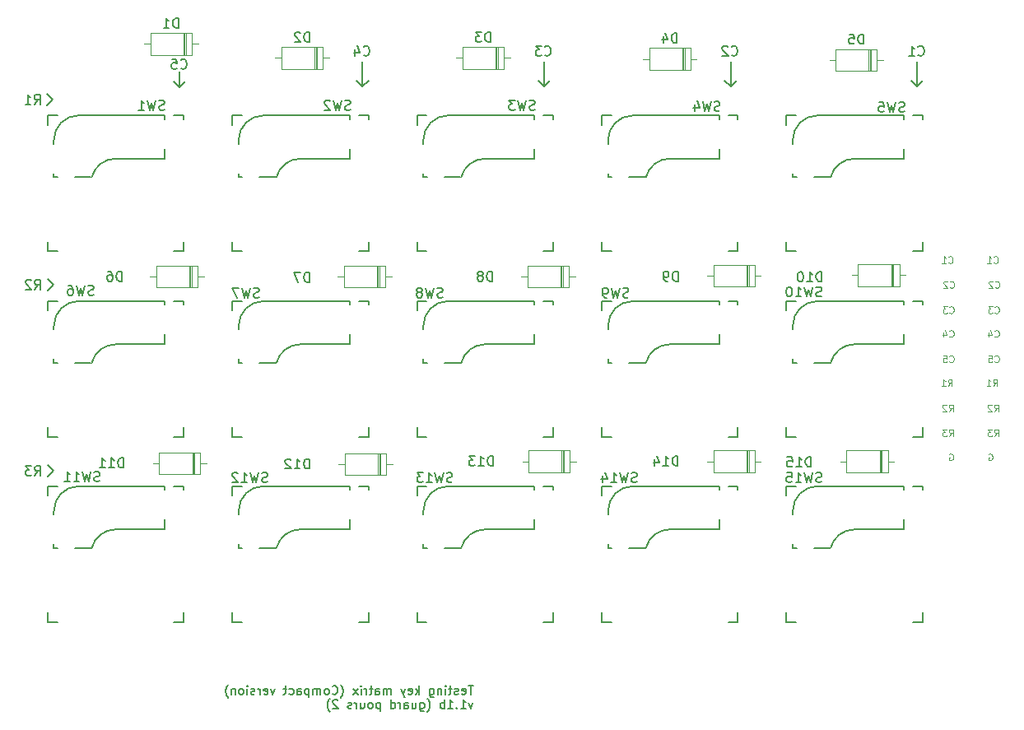
<source format=gbo>
G04 #@! TF.GenerationSoftware,KiCad,Pcbnew,9.0.1*
G04 #@! TF.CreationDate,2025-04-27T05:08:37+02:00*
G04 #@! TF.ProjectId,testing-split-kb-3w-guard-pours,74657374-696e-4672-9d73-706c69742d6b,rev?*
G04 #@! TF.SameCoordinates,Original*
G04 #@! TF.FileFunction,Legend,Bot*
G04 #@! TF.FilePolarity,Positive*
%FSLAX46Y46*%
G04 Gerber Fmt 4.6, Leading zero omitted, Abs format (unit mm)*
G04 Created by KiCad (PCBNEW 9.0.1) date 2025-04-27 05:08:37*
%MOMM*%
%LPD*%
G01*
G04 APERTURE LIST*
%ADD10C,0.150000*%
%ADD11C,0.100000*%
%ADD12C,0.120000*%
%ADD13C,0.300000*%
%ADD14R,1.600000X1.600000*%
%ADD15O,1.600000X1.600000*%
%ADD16C,4.000000*%
%ADD17C,1.701800*%
%ADD18C,3.000000*%
%ADD19C,3.987800*%
%ADD20R,2.550000X2.500000*%
%ADD21R,1.700000X1.700000*%
%ADD22C,1.700000*%
G04 APERTURE END LIST*
D10*
X172450000Y-37500000D02*
X172450000Y-40000000D01*
X115400000Y-40000000D02*
X116000000Y-39400000D01*
X152650000Y-39400000D02*
X153250000Y-40000000D01*
X114800000Y-39400000D02*
X115400000Y-40000000D01*
X83600000Y-60400000D02*
X83000000Y-61000000D01*
X115400000Y-37500000D02*
X115400000Y-40000000D01*
X83600000Y-60400000D02*
X83000000Y-59800000D01*
X83600000Y-79550000D02*
X83000000Y-78950000D01*
X153250000Y-37500000D02*
X153250000Y-40000000D01*
X134050000Y-37500000D02*
X134050000Y-40000000D01*
X96550000Y-40150000D02*
X97150000Y-39550000D01*
X83500000Y-41350000D02*
X82900000Y-40750000D01*
X96550000Y-38500000D02*
X96550000Y-40100000D01*
X95950000Y-39550000D02*
X96550000Y-40150000D01*
X172450000Y-40000000D02*
X173050000Y-39400000D01*
X83600000Y-79550000D02*
X83000000Y-80150000D01*
X83500000Y-41350000D02*
X82900000Y-41950000D01*
X133450000Y-39400000D02*
X134050000Y-40000000D01*
X171850000Y-39400000D02*
X172450000Y-40000000D01*
X153250000Y-40000000D02*
X153850000Y-39400000D01*
X134050000Y-40000000D02*
X134650000Y-39400000D01*
X81641792Y-41869819D02*
X81975125Y-41393628D01*
X82213220Y-41869819D02*
X82213220Y-40869819D01*
X82213220Y-40869819D02*
X81832268Y-40869819D01*
X81832268Y-40869819D02*
X81737030Y-40917438D01*
X81737030Y-40917438D02*
X81689411Y-40965057D01*
X81689411Y-40965057D02*
X81641792Y-41060295D01*
X81641792Y-41060295D02*
X81641792Y-41203152D01*
X81641792Y-41203152D02*
X81689411Y-41298390D01*
X81689411Y-41298390D02*
X81737030Y-41346009D01*
X81737030Y-41346009D02*
X81832268Y-41393628D01*
X81832268Y-41393628D02*
X82213220Y-41393628D01*
X80689411Y-41869819D02*
X81260839Y-41869819D01*
X80975125Y-41869819D02*
X80975125Y-40869819D01*
X80975125Y-40869819D02*
X81070363Y-41012676D01*
X81070363Y-41012676D02*
X81165601Y-41107914D01*
X81165601Y-41107914D02*
X81260839Y-41155533D01*
D11*
X175750877Y-77842466D02*
X175817544Y-77809133D01*
X175817544Y-77809133D02*
X175917544Y-77809133D01*
X175917544Y-77809133D02*
X176017544Y-77842466D01*
X176017544Y-77842466D02*
X176084211Y-77909133D01*
X176084211Y-77909133D02*
X176117544Y-77975800D01*
X176117544Y-77975800D02*
X176150877Y-78109133D01*
X176150877Y-78109133D02*
X176150877Y-78209133D01*
X176150877Y-78209133D02*
X176117544Y-78342466D01*
X176117544Y-78342466D02*
X176084211Y-78409133D01*
X176084211Y-78409133D02*
X176017544Y-78475800D01*
X176017544Y-78475800D02*
X175917544Y-78509133D01*
X175917544Y-78509133D02*
X175850877Y-78509133D01*
X175850877Y-78509133D02*
X175750877Y-78475800D01*
X175750877Y-78475800D02*
X175717544Y-78442466D01*
X175717544Y-78442466D02*
X175717544Y-78209133D01*
X175717544Y-78209133D02*
X175850877Y-78209133D01*
D10*
X172541792Y-36774580D02*
X172589411Y-36822200D01*
X172589411Y-36822200D02*
X172732268Y-36869819D01*
X172732268Y-36869819D02*
X172827506Y-36869819D01*
X172827506Y-36869819D02*
X172970363Y-36822200D01*
X172970363Y-36822200D02*
X173065601Y-36726961D01*
X173065601Y-36726961D02*
X173113220Y-36631723D01*
X173113220Y-36631723D02*
X173160839Y-36441247D01*
X173160839Y-36441247D02*
X173160839Y-36298390D01*
X173160839Y-36298390D02*
X173113220Y-36107914D01*
X173113220Y-36107914D02*
X173065601Y-36012676D01*
X173065601Y-36012676D02*
X172970363Y-35917438D01*
X172970363Y-35917438D02*
X172827506Y-35869819D01*
X172827506Y-35869819D02*
X172732268Y-35869819D01*
X172732268Y-35869819D02*
X172589411Y-35917438D01*
X172589411Y-35917438D02*
X172541792Y-35965057D01*
X171589411Y-36869819D02*
X172160839Y-36869819D01*
X171875125Y-36869819D02*
X171875125Y-35869819D01*
X171875125Y-35869819D02*
X171970363Y-36012676D01*
X171970363Y-36012676D02*
X172065601Y-36107914D01*
X172065601Y-36107914D02*
X172160839Y-36155533D01*
D11*
X180367544Y-76009133D02*
X180600877Y-75675800D01*
X180767544Y-76009133D02*
X180767544Y-75309133D01*
X180767544Y-75309133D02*
X180500877Y-75309133D01*
X180500877Y-75309133D02*
X180434211Y-75342466D01*
X180434211Y-75342466D02*
X180400877Y-75375800D01*
X180400877Y-75375800D02*
X180367544Y-75442466D01*
X180367544Y-75442466D02*
X180367544Y-75542466D01*
X180367544Y-75542466D02*
X180400877Y-75609133D01*
X180400877Y-75609133D02*
X180434211Y-75642466D01*
X180434211Y-75642466D02*
X180500877Y-75675800D01*
X180500877Y-75675800D02*
X180767544Y-75675800D01*
X180134211Y-75309133D02*
X179700877Y-75309133D01*
X179700877Y-75309133D02*
X179934211Y-75575800D01*
X179934211Y-75575800D02*
X179834211Y-75575800D01*
X179834211Y-75575800D02*
X179767544Y-75609133D01*
X179767544Y-75609133D02*
X179734211Y-75642466D01*
X179734211Y-75642466D02*
X179700877Y-75709133D01*
X179700877Y-75709133D02*
X179700877Y-75875800D01*
X179700877Y-75875800D02*
X179734211Y-75942466D01*
X179734211Y-75942466D02*
X179767544Y-75975800D01*
X179767544Y-75975800D02*
X179834211Y-76009133D01*
X179834211Y-76009133D02*
X180034211Y-76009133D01*
X180034211Y-76009133D02*
X180100877Y-75975800D01*
X180100877Y-75975800D02*
X180134211Y-75942466D01*
X180417544Y-65742466D02*
X180450877Y-65775800D01*
X180450877Y-65775800D02*
X180550877Y-65809133D01*
X180550877Y-65809133D02*
X180617544Y-65809133D01*
X180617544Y-65809133D02*
X180717544Y-65775800D01*
X180717544Y-65775800D02*
X180784211Y-65709133D01*
X180784211Y-65709133D02*
X180817544Y-65642466D01*
X180817544Y-65642466D02*
X180850877Y-65509133D01*
X180850877Y-65509133D02*
X180850877Y-65409133D01*
X180850877Y-65409133D02*
X180817544Y-65275800D01*
X180817544Y-65275800D02*
X180784211Y-65209133D01*
X180784211Y-65209133D02*
X180717544Y-65142466D01*
X180717544Y-65142466D02*
X180617544Y-65109133D01*
X180617544Y-65109133D02*
X180550877Y-65109133D01*
X180550877Y-65109133D02*
X180450877Y-65142466D01*
X180450877Y-65142466D02*
X180417544Y-65175800D01*
X179817544Y-65342466D02*
X179817544Y-65809133D01*
X179984211Y-65075800D02*
X180150877Y-65575800D01*
X180150877Y-65575800D02*
X179717544Y-65575800D01*
D10*
X81691792Y-60919819D02*
X82025125Y-60443628D01*
X82263220Y-60919819D02*
X82263220Y-59919819D01*
X82263220Y-59919819D02*
X81882268Y-59919819D01*
X81882268Y-59919819D02*
X81787030Y-59967438D01*
X81787030Y-59967438D02*
X81739411Y-60015057D01*
X81739411Y-60015057D02*
X81691792Y-60110295D01*
X81691792Y-60110295D02*
X81691792Y-60253152D01*
X81691792Y-60253152D02*
X81739411Y-60348390D01*
X81739411Y-60348390D02*
X81787030Y-60396009D01*
X81787030Y-60396009D02*
X81882268Y-60443628D01*
X81882268Y-60443628D02*
X82263220Y-60443628D01*
X81310839Y-60015057D02*
X81263220Y-59967438D01*
X81263220Y-59967438D02*
X81167982Y-59919819D01*
X81167982Y-59919819D02*
X80929887Y-59919819D01*
X80929887Y-59919819D02*
X80834649Y-59967438D01*
X80834649Y-59967438D02*
X80787030Y-60015057D01*
X80787030Y-60015057D02*
X80739411Y-60110295D01*
X80739411Y-60110295D02*
X80739411Y-60205533D01*
X80739411Y-60205533D02*
X80787030Y-60348390D01*
X80787030Y-60348390D02*
X81358458Y-60919819D01*
X81358458Y-60919819D02*
X80739411Y-60919819D01*
D11*
X175767544Y-68342466D02*
X175800877Y-68375800D01*
X175800877Y-68375800D02*
X175900877Y-68409133D01*
X175900877Y-68409133D02*
X175967544Y-68409133D01*
X175967544Y-68409133D02*
X176067544Y-68375800D01*
X176067544Y-68375800D02*
X176134211Y-68309133D01*
X176134211Y-68309133D02*
X176167544Y-68242466D01*
X176167544Y-68242466D02*
X176200877Y-68109133D01*
X176200877Y-68109133D02*
X176200877Y-68009133D01*
X176200877Y-68009133D02*
X176167544Y-67875800D01*
X176167544Y-67875800D02*
X176134211Y-67809133D01*
X176134211Y-67809133D02*
X176067544Y-67742466D01*
X176067544Y-67742466D02*
X175967544Y-67709133D01*
X175967544Y-67709133D02*
X175900877Y-67709133D01*
X175900877Y-67709133D02*
X175800877Y-67742466D01*
X175800877Y-67742466D02*
X175767544Y-67775800D01*
X175134211Y-67709133D02*
X175467544Y-67709133D01*
X175467544Y-67709133D02*
X175500877Y-68042466D01*
X175500877Y-68042466D02*
X175467544Y-68009133D01*
X175467544Y-68009133D02*
X175400877Y-67975800D01*
X175400877Y-67975800D02*
X175234211Y-67975800D01*
X175234211Y-67975800D02*
X175167544Y-68009133D01*
X175167544Y-68009133D02*
X175134211Y-68042466D01*
X175134211Y-68042466D02*
X175100877Y-68109133D01*
X175100877Y-68109133D02*
X175100877Y-68275800D01*
X175100877Y-68275800D02*
X175134211Y-68342466D01*
X175134211Y-68342466D02*
X175167544Y-68375800D01*
X175167544Y-68375800D02*
X175234211Y-68409133D01*
X175234211Y-68409133D02*
X175400877Y-68409133D01*
X175400877Y-68409133D02*
X175467544Y-68375800D01*
X175467544Y-68375800D02*
X175500877Y-68342466D01*
X175717544Y-76009133D02*
X175950877Y-75675800D01*
X176117544Y-76009133D02*
X176117544Y-75309133D01*
X176117544Y-75309133D02*
X175850877Y-75309133D01*
X175850877Y-75309133D02*
X175784211Y-75342466D01*
X175784211Y-75342466D02*
X175750877Y-75375800D01*
X175750877Y-75375800D02*
X175717544Y-75442466D01*
X175717544Y-75442466D02*
X175717544Y-75542466D01*
X175717544Y-75542466D02*
X175750877Y-75609133D01*
X175750877Y-75609133D02*
X175784211Y-75642466D01*
X175784211Y-75642466D02*
X175850877Y-75675800D01*
X175850877Y-75675800D02*
X176117544Y-75675800D01*
X175484211Y-75309133D02*
X175050877Y-75309133D01*
X175050877Y-75309133D02*
X175284211Y-75575800D01*
X175284211Y-75575800D02*
X175184211Y-75575800D01*
X175184211Y-75575800D02*
X175117544Y-75609133D01*
X175117544Y-75609133D02*
X175084211Y-75642466D01*
X175084211Y-75642466D02*
X175050877Y-75709133D01*
X175050877Y-75709133D02*
X175050877Y-75875800D01*
X175050877Y-75875800D02*
X175084211Y-75942466D01*
X175084211Y-75942466D02*
X175117544Y-75975800D01*
X175117544Y-75975800D02*
X175184211Y-76009133D01*
X175184211Y-76009133D02*
X175384211Y-76009133D01*
X175384211Y-76009133D02*
X175450877Y-75975800D01*
X175450877Y-75975800D02*
X175484211Y-75942466D01*
X180417544Y-63292466D02*
X180450877Y-63325800D01*
X180450877Y-63325800D02*
X180550877Y-63359133D01*
X180550877Y-63359133D02*
X180617544Y-63359133D01*
X180617544Y-63359133D02*
X180717544Y-63325800D01*
X180717544Y-63325800D02*
X180784211Y-63259133D01*
X180784211Y-63259133D02*
X180817544Y-63192466D01*
X180817544Y-63192466D02*
X180850877Y-63059133D01*
X180850877Y-63059133D02*
X180850877Y-62959133D01*
X180850877Y-62959133D02*
X180817544Y-62825800D01*
X180817544Y-62825800D02*
X180784211Y-62759133D01*
X180784211Y-62759133D02*
X180717544Y-62692466D01*
X180717544Y-62692466D02*
X180617544Y-62659133D01*
X180617544Y-62659133D02*
X180550877Y-62659133D01*
X180550877Y-62659133D02*
X180450877Y-62692466D01*
X180450877Y-62692466D02*
X180417544Y-62725800D01*
X180184211Y-62659133D02*
X179750877Y-62659133D01*
X179750877Y-62659133D02*
X179984211Y-62925800D01*
X179984211Y-62925800D02*
X179884211Y-62925800D01*
X179884211Y-62925800D02*
X179817544Y-62959133D01*
X179817544Y-62959133D02*
X179784211Y-62992466D01*
X179784211Y-62992466D02*
X179750877Y-63059133D01*
X179750877Y-63059133D02*
X179750877Y-63225800D01*
X179750877Y-63225800D02*
X179784211Y-63292466D01*
X179784211Y-63292466D02*
X179817544Y-63325800D01*
X179817544Y-63325800D02*
X179884211Y-63359133D01*
X179884211Y-63359133D02*
X180084211Y-63359133D01*
X180084211Y-63359133D02*
X180150877Y-63325800D01*
X180150877Y-63325800D02*
X180184211Y-63292466D01*
X180267544Y-70859133D02*
X180500877Y-70525800D01*
X180667544Y-70859133D02*
X180667544Y-70159133D01*
X180667544Y-70159133D02*
X180400877Y-70159133D01*
X180400877Y-70159133D02*
X180334211Y-70192466D01*
X180334211Y-70192466D02*
X180300877Y-70225800D01*
X180300877Y-70225800D02*
X180267544Y-70292466D01*
X180267544Y-70292466D02*
X180267544Y-70392466D01*
X180267544Y-70392466D02*
X180300877Y-70459133D01*
X180300877Y-70459133D02*
X180334211Y-70492466D01*
X180334211Y-70492466D02*
X180400877Y-70525800D01*
X180400877Y-70525800D02*
X180667544Y-70525800D01*
X179600877Y-70859133D02*
X180000877Y-70859133D01*
X179800877Y-70859133D02*
X179800877Y-70159133D01*
X179800877Y-70159133D02*
X179867544Y-70259133D01*
X179867544Y-70259133D02*
X179934211Y-70325800D01*
X179934211Y-70325800D02*
X180000877Y-70359133D01*
X180317544Y-58142466D02*
X180350877Y-58175800D01*
X180350877Y-58175800D02*
X180450877Y-58209133D01*
X180450877Y-58209133D02*
X180517544Y-58209133D01*
X180517544Y-58209133D02*
X180617544Y-58175800D01*
X180617544Y-58175800D02*
X180684211Y-58109133D01*
X180684211Y-58109133D02*
X180717544Y-58042466D01*
X180717544Y-58042466D02*
X180750877Y-57909133D01*
X180750877Y-57909133D02*
X180750877Y-57809133D01*
X180750877Y-57809133D02*
X180717544Y-57675800D01*
X180717544Y-57675800D02*
X180684211Y-57609133D01*
X180684211Y-57609133D02*
X180617544Y-57542466D01*
X180617544Y-57542466D02*
X180517544Y-57509133D01*
X180517544Y-57509133D02*
X180450877Y-57509133D01*
X180450877Y-57509133D02*
X180350877Y-57542466D01*
X180350877Y-57542466D02*
X180317544Y-57575800D01*
X179650877Y-58209133D02*
X180050877Y-58209133D01*
X179850877Y-58209133D02*
X179850877Y-57509133D01*
X179850877Y-57509133D02*
X179917544Y-57609133D01*
X179917544Y-57609133D02*
X179984211Y-57675800D01*
X179984211Y-57675800D02*
X180050877Y-57709133D01*
X179800877Y-77842466D02*
X179867544Y-77809133D01*
X179867544Y-77809133D02*
X179967544Y-77809133D01*
X179967544Y-77809133D02*
X180067544Y-77842466D01*
X180067544Y-77842466D02*
X180134211Y-77909133D01*
X180134211Y-77909133D02*
X180167544Y-77975800D01*
X180167544Y-77975800D02*
X180200877Y-78109133D01*
X180200877Y-78109133D02*
X180200877Y-78209133D01*
X180200877Y-78209133D02*
X180167544Y-78342466D01*
X180167544Y-78342466D02*
X180134211Y-78409133D01*
X180134211Y-78409133D02*
X180067544Y-78475800D01*
X180067544Y-78475800D02*
X179967544Y-78509133D01*
X179967544Y-78509133D02*
X179900877Y-78509133D01*
X179900877Y-78509133D02*
X179800877Y-78475800D01*
X179800877Y-78475800D02*
X179767544Y-78442466D01*
X179767544Y-78442466D02*
X179767544Y-78209133D01*
X179767544Y-78209133D02*
X179900877Y-78209133D01*
X175767544Y-65742466D02*
X175800877Y-65775800D01*
X175800877Y-65775800D02*
X175900877Y-65809133D01*
X175900877Y-65809133D02*
X175967544Y-65809133D01*
X175967544Y-65809133D02*
X176067544Y-65775800D01*
X176067544Y-65775800D02*
X176134211Y-65709133D01*
X176134211Y-65709133D02*
X176167544Y-65642466D01*
X176167544Y-65642466D02*
X176200877Y-65509133D01*
X176200877Y-65509133D02*
X176200877Y-65409133D01*
X176200877Y-65409133D02*
X176167544Y-65275800D01*
X176167544Y-65275800D02*
X176134211Y-65209133D01*
X176134211Y-65209133D02*
X176067544Y-65142466D01*
X176067544Y-65142466D02*
X175967544Y-65109133D01*
X175967544Y-65109133D02*
X175900877Y-65109133D01*
X175900877Y-65109133D02*
X175800877Y-65142466D01*
X175800877Y-65142466D02*
X175767544Y-65175800D01*
X175167544Y-65342466D02*
X175167544Y-65809133D01*
X175334211Y-65075800D02*
X175500877Y-65575800D01*
X175500877Y-65575800D02*
X175067544Y-65575800D01*
X180417544Y-68342466D02*
X180450877Y-68375800D01*
X180450877Y-68375800D02*
X180550877Y-68409133D01*
X180550877Y-68409133D02*
X180617544Y-68409133D01*
X180617544Y-68409133D02*
X180717544Y-68375800D01*
X180717544Y-68375800D02*
X180784211Y-68309133D01*
X180784211Y-68309133D02*
X180817544Y-68242466D01*
X180817544Y-68242466D02*
X180850877Y-68109133D01*
X180850877Y-68109133D02*
X180850877Y-68009133D01*
X180850877Y-68009133D02*
X180817544Y-67875800D01*
X180817544Y-67875800D02*
X180784211Y-67809133D01*
X180784211Y-67809133D02*
X180717544Y-67742466D01*
X180717544Y-67742466D02*
X180617544Y-67709133D01*
X180617544Y-67709133D02*
X180550877Y-67709133D01*
X180550877Y-67709133D02*
X180450877Y-67742466D01*
X180450877Y-67742466D02*
X180417544Y-67775800D01*
X179784211Y-67709133D02*
X180117544Y-67709133D01*
X180117544Y-67709133D02*
X180150877Y-68042466D01*
X180150877Y-68042466D02*
X180117544Y-68009133D01*
X180117544Y-68009133D02*
X180050877Y-67975800D01*
X180050877Y-67975800D02*
X179884211Y-67975800D01*
X179884211Y-67975800D02*
X179817544Y-68009133D01*
X179817544Y-68009133D02*
X179784211Y-68042466D01*
X179784211Y-68042466D02*
X179750877Y-68109133D01*
X179750877Y-68109133D02*
X179750877Y-68275800D01*
X179750877Y-68275800D02*
X179784211Y-68342466D01*
X179784211Y-68342466D02*
X179817544Y-68375800D01*
X179817544Y-68375800D02*
X179884211Y-68409133D01*
X179884211Y-68409133D02*
X180050877Y-68409133D01*
X180050877Y-68409133D02*
X180117544Y-68375800D01*
X180117544Y-68375800D02*
X180150877Y-68342466D01*
D10*
X115491792Y-36774580D02*
X115539411Y-36822200D01*
X115539411Y-36822200D02*
X115682268Y-36869819D01*
X115682268Y-36869819D02*
X115777506Y-36869819D01*
X115777506Y-36869819D02*
X115920363Y-36822200D01*
X115920363Y-36822200D02*
X116015601Y-36726961D01*
X116015601Y-36726961D02*
X116063220Y-36631723D01*
X116063220Y-36631723D02*
X116110839Y-36441247D01*
X116110839Y-36441247D02*
X116110839Y-36298390D01*
X116110839Y-36298390D02*
X116063220Y-36107914D01*
X116063220Y-36107914D02*
X116015601Y-36012676D01*
X116015601Y-36012676D02*
X115920363Y-35917438D01*
X115920363Y-35917438D02*
X115777506Y-35869819D01*
X115777506Y-35869819D02*
X115682268Y-35869819D01*
X115682268Y-35869819D02*
X115539411Y-35917438D01*
X115539411Y-35917438D02*
X115491792Y-35965057D01*
X114634649Y-36203152D02*
X114634649Y-36869819D01*
X114872744Y-35822200D02*
X115110839Y-36536485D01*
X115110839Y-36536485D02*
X114491792Y-36536485D01*
X126765601Y-101683107D02*
X126251316Y-101683107D01*
X126508458Y-102583107D02*
X126508458Y-101683107D01*
X125608459Y-102540250D02*
X125694173Y-102583107D01*
X125694173Y-102583107D02*
X125865602Y-102583107D01*
X125865602Y-102583107D02*
X125951316Y-102540250D01*
X125951316Y-102540250D02*
X125994173Y-102454535D01*
X125994173Y-102454535D02*
X125994173Y-102111678D01*
X125994173Y-102111678D02*
X125951316Y-102025964D01*
X125951316Y-102025964D02*
X125865602Y-101983107D01*
X125865602Y-101983107D02*
X125694173Y-101983107D01*
X125694173Y-101983107D02*
X125608459Y-102025964D01*
X125608459Y-102025964D02*
X125565602Y-102111678D01*
X125565602Y-102111678D02*
X125565602Y-102197392D01*
X125565602Y-102197392D02*
X125994173Y-102283107D01*
X125222744Y-102540250D02*
X125137030Y-102583107D01*
X125137030Y-102583107D02*
X124965601Y-102583107D01*
X124965601Y-102583107D02*
X124879887Y-102540250D01*
X124879887Y-102540250D02*
X124837030Y-102454535D01*
X124837030Y-102454535D02*
X124837030Y-102411678D01*
X124837030Y-102411678D02*
X124879887Y-102325964D01*
X124879887Y-102325964D02*
X124965601Y-102283107D01*
X124965601Y-102283107D02*
X125094173Y-102283107D01*
X125094173Y-102283107D02*
X125179887Y-102240250D01*
X125179887Y-102240250D02*
X125222744Y-102154535D01*
X125222744Y-102154535D02*
X125222744Y-102111678D01*
X125222744Y-102111678D02*
X125179887Y-102025964D01*
X125179887Y-102025964D02*
X125094173Y-101983107D01*
X125094173Y-101983107D02*
X124965601Y-101983107D01*
X124965601Y-101983107D02*
X124879887Y-102025964D01*
X124579887Y-101983107D02*
X124237030Y-101983107D01*
X124451316Y-101683107D02*
X124451316Y-102454535D01*
X124451316Y-102454535D02*
X124408459Y-102540250D01*
X124408459Y-102540250D02*
X124322744Y-102583107D01*
X124322744Y-102583107D02*
X124237030Y-102583107D01*
X123937030Y-102583107D02*
X123937030Y-101983107D01*
X123937030Y-101683107D02*
X123979887Y-101725964D01*
X123979887Y-101725964D02*
X123937030Y-101768821D01*
X123937030Y-101768821D02*
X123894173Y-101725964D01*
X123894173Y-101725964D02*
X123937030Y-101683107D01*
X123937030Y-101683107D02*
X123937030Y-101768821D01*
X123508459Y-101983107D02*
X123508459Y-102583107D01*
X123508459Y-102068821D02*
X123465602Y-102025964D01*
X123465602Y-102025964D02*
X123379887Y-101983107D01*
X123379887Y-101983107D02*
X123251316Y-101983107D01*
X123251316Y-101983107D02*
X123165602Y-102025964D01*
X123165602Y-102025964D02*
X123122745Y-102111678D01*
X123122745Y-102111678D02*
X123122745Y-102583107D01*
X122308459Y-101983107D02*
X122308459Y-102711678D01*
X122308459Y-102711678D02*
X122351316Y-102797392D01*
X122351316Y-102797392D02*
X122394173Y-102840250D01*
X122394173Y-102840250D02*
X122479887Y-102883107D01*
X122479887Y-102883107D02*
X122608459Y-102883107D01*
X122608459Y-102883107D02*
X122694173Y-102840250D01*
X122308459Y-102540250D02*
X122394173Y-102583107D01*
X122394173Y-102583107D02*
X122565601Y-102583107D01*
X122565601Y-102583107D02*
X122651316Y-102540250D01*
X122651316Y-102540250D02*
X122694173Y-102497392D01*
X122694173Y-102497392D02*
X122737030Y-102411678D01*
X122737030Y-102411678D02*
X122737030Y-102154535D01*
X122737030Y-102154535D02*
X122694173Y-102068821D01*
X122694173Y-102068821D02*
X122651316Y-102025964D01*
X122651316Y-102025964D02*
X122565601Y-101983107D01*
X122565601Y-101983107D02*
X122394173Y-101983107D01*
X122394173Y-101983107D02*
X122308459Y-102025964D01*
X121194173Y-102583107D02*
X121194173Y-101683107D01*
X121108459Y-102240250D02*
X120851316Y-102583107D01*
X120851316Y-101983107D02*
X121194173Y-102325964D01*
X120122745Y-102540250D02*
X120208459Y-102583107D01*
X120208459Y-102583107D02*
X120379888Y-102583107D01*
X120379888Y-102583107D02*
X120465602Y-102540250D01*
X120465602Y-102540250D02*
X120508459Y-102454535D01*
X120508459Y-102454535D02*
X120508459Y-102111678D01*
X120508459Y-102111678D02*
X120465602Y-102025964D01*
X120465602Y-102025964D02*
X120379888Y-101983107D01*
X120379888Y-101983107D02*
X120208459Y-101983107D01*
X120208459Y-101983107D02*
X120122745Y-102025964D01*
X120122745Y-102025964D02*
X120079888Y-102111678D01*
X120079888Y-102111678D02*
X120079888Y-102197392D01*
X120079888Y-102197392D02*
X120508459Y-102283107D01*
X119779887Y-101983107D02*
X119565601Y-102583107D01*
X119351316Y-101983107D02*
X119565601Y-102583107D01*
X119565601Y-102583107D02*
X119651316Y-102797392D01*
X119651316Y-102797392D02*
X119694173Y-102840250D01*
X119694173Y-102840250D02*
X119779887Y-102883107D01*
X118322745Y-102583107D02*
X118322745Y-101983107D01*
X118322745Y-102068821D02*
X118279888Y-102025964D01*
X118279888Y-102025964D02*
X118194173Y-101983107D01*
X118194173Y-101983107D02*
X118065602Y-101983107D01*
X118065602Y-101983107D02*
X117979888Y-102025964D01*
X117979888Y-102025964D02*
X117937031Y-102111678D01*
X117937031Y-102111678D02*
X117937031Y-102583107D01*
X117937031Y-102111678D02*
X117894173Y-102025964D01*
X117894173Y-102025964D02*
X117808459Y-101983107D01*
X117808459Y-101983107D02*
X117679888Y-101983107D01*
X117679888Y-101983107D02*
X117594173Y-102025964D01*
X117594173Y-102025964D02*
X117551316Y-102111678D01*
X117551316Y-102111678D02*
X117551316Y-102583107D01*
X116737031Y-102583107D02*
X116737031Y-102111678D01*
X116737031Y-102111678D02*
X116779888Y-102025964D01*
X116779888Y-102025964D02*
X116865602Y-101983107D01*
X116865602Y-101983107D02*
X117037031Y-101983107D01*
X117037031Y-101983107D02*
X117122745Y-102025964D01*
X116737031Y-102540250D02*
X116822745Y-102583107D01*
X116822745Y-102583107D02*
X117037031Y-102583107D01*
X117037031Y-102583107D02*
X117122745Y-102540250D01*
X117122745Y-102540250D02*
X117165602Y-102454535D01*
X117165602Y-102454535D02*
X117165602Y-102368821D01*
X117165602Y-102368821D02*
X117122745Y-102283107D01*
X117122745Y-102283107D02*
X117037031Y-102240250D01*
X117037031Y-102240250D02*
X116822745Y-102240250D01*
X116822745Y-102240250D02*
X116737031Y-102197392D01*
X116437030Y-101983107D02*
X116094173Y-101983107D01*
X116308459Y-101683107D02*
X116308459Y-102454535D01*
X116308459Y-102454535D02*
X116265602Y-102540250D01*
X116265602Y-102540250D02*
X116179887Y-102583107D01*
X116179887Y-102583107D02*
X116094173Y-102583107D01*
X115794173Y-102583107D02*
X115794173Y-101983107D01*
X115794173Y-102154535D02*
X115751316Y-102068821D01*
X115751316Y-102068821D02*
X115708459Y-102025964D01*
X115708459Y-102025964D02*
X115622744Y-101983107D01*
X115622744Y-101983107D02*
X115537030Y-101983107D01*
X115237030Y-102583107D02*
X115237030Y-101983107D01*
X115237030Y-101683107D02*
X115279887Y-101725964D01*
X115279887Y-101725964D02*
X115237030Y-101768821D01*
X115237030Y-101768821D02*
X115194173Y-101725964D01*
X115194173Y-101725964D02*
X115237030Y-101683107D01*
X115237030Y-101683107D02*
X115237030Y-101768821D01*
X114894173Y-102583107D02*
X114422745Y-101983107D01*
X114894173Y-101983107D02*
X114422745Y-102583107D01*
X113137031Y-102925964D02*
X113179888Y-102883107D01*
X113179888Y-102883107D02*
X113265602Y-102754535D01*
X113265602Y-102754535D02*
X113308460Y-102668821D01*
X113308460Y-102668821D02*
X113351317Y-102540250D01*
X113351317Y-102540250D02*
X113394174Y-102325964D01*
X113394174Y-102325964D02*
X113394174Y-102154535D01*
X113394174Y-102154535D02*
X113351317Y-101940250D01*
X113351317Y-101940250D02*
X113308460Y-101811678D01*
X113308460Y-101811678D02*
X113265602Y-101725964D01*
X113265602Y-101725964D02*
X113179888Y-101597392D01*
X113179888Y-101597392D02*
X113137031Y-101554535D01*
X112279888Y-102497392D02*
X112322745Y-102540250D01*
X112322745Y-102540250D02*
X112451317Y-102583107D01*
X112451317Y-102583107D02*
X112537031Y-102583107D01*
X112537031Y-102583107D02*
X112665602Y-102540250D01*
X112665602Y-102540250D02*
X112751317Y-102454535D01*
X112751317Y-102454535D02*
X112794174Y-102368821D01*
X112794174Y-102368821D02*
X112837031Y-102197392D01*
X112837031Y-102197392D02*
X112837031Y-102068821D01*
X112837031Y-102068821D02*
X112794174Y-101897392D01*
X112794174Y-101897392D02*
X112751317Y-101811678D01*
X112751317Y-101811678D02*
X112665602Y-101725964D01*
X112665602Y-101725964D02*
X112537031Y-101683107D01*
X112537031Y-101683107D02*
X112451317Y-101683107D01*
X112451317Y-101683107D02*
X112322745Y-101725964D01*
X112322745Y-101725964D02*
X112279888Y-101768821D01*
X111765602Y-102583107D02*
X111851317Y-102540250D01*
X111851317Y-102540250D02*
X111894174Y-102497392D01*
X111894174Y-102497392D02*
X111937031Y-102411678D01*
X111937031Y-102411678D02*
X111937031Y-102154535D01*
X111937031Y-102154535D02*
X111894174Y-102068821D01*
X111894174Y-102068821D02*
X111851317Y-102025964D01*
X111851317Y-102025964D02*
X111765602Y-101983107D01*
X111765602Y-101983107D02*
X111637031Y-101983107D01*
X111637031Y-101983107D02*
X111551317Y-102025964D01*
X111551317Y-102025964D02*
X111508460Y-102068821D01*
X111508460Y-102068821D02*
X111465602Y-102154535D01*
X111465602Y-102154535D02*
X111465602Y-102411678D01*
X111465602Y-102411678D02*
X111508460Y-102497392D01*
X111508460Y-102497392D02*
X111551317Y-102540250D01*
X111551317Y-102540250D02*
X111637031Y-102583107D01*
X111637031Y-102583107D02*
X111765602Y-102583107D01*
X111079888Y-102583107D02*
X111079888Y-101983107D01*
X111079888Y-102068821D02*
X111037031Y-102025964D01*
X111037031Y-102025964D02*
X110951316Y-101983107D01*
X110951316Y-101983107D02*
X110822745Y-101983107D01*
X110822745Y-101983107D02*
X110737031Y-102025964D01*
X110737031Y-102025964D02*
X110694174Y-102111678D01*
X110694174Y-102111678D02*
X110694174Y-102583107D01*
X110694174Y-102111678D02*
X110651316Y-102025964D01*
X110651316Y-102025964D02*
X110565602Y-101983107D01*
X110565602Y-101983107D02*
X110437031Y-101983107D01*
X110437031Y-101983107D02*
X110351316Y-102025964D01*
X110351316Y-102025964D02*
X110308459Y-102111678D01*
X110308459Y-102111678D02*
X110308459Y-102583107D01*
X109879888Y-101983107D02*
X109879888Y-102883107D01*
X109879888Y-102025964D02*
X109794174Y-101983107D01*
X109794174Y-101983107D02*
X109622745Y-101983107D01*
X109622745Y-101983107D02*
X109537031Y-102025964D01*
X109537031Y-102025964D02*
X109494174Y-102068821D01*
X109494174Y-102068821D02*
X109451316Y-102154535D01*
X109451316Y-102154535D02*
X109451316Y-102411678D01*
X109451316Y-102411678D02*
X109494174Y-102497392D01*
X109494174Y-102497392D02*
X109537031Y-102540250D01*
X109537031Y-102540250D02*
X109622745Y-102583107D01*
X109622745Y-102583107D02*
X109794174Y-102583107D01*
X109794174Y-102583107D02*
X109879888Y-102540250D01*
X108679888Y-102583107D02*
X108679888Y-102111678D01*
X108679888Y-102111678D02*
X108722745Y-102025964D01*
X108722745Y-102025964D02*
X108808459Y-101983107D01*
X108808459Y-101983107D02*
X108979888Y-101983107D01*
X108979888Y-101983107D02*
X109065602Y-102025964D01*
X108679888Y-102540250D02*
X108765602Y-102583107D01*
X108765602Y-102583107D02*
X108979888Y-102583107D01*
X108979888Y-102583107D02*
X109065602Y-102540250D01*
X109065602Y-102540250D02*
X109108459Y-102454535D01*
X109108459Y-102454535D02*
X109108459Y-102368821D01*
X109108459Y-102368821D02*
X109065602Y-102283107D01*
X109065602Y-102283107D02*
X108979888Y-102240250D01*
X108979888Y-102240250D02*
X108765602Y-102240250D01*
X108765602Y-102240250D02*
X108679888Y-102197392D01*
X107865602Y-102540250D02*
X107951316Y-102583107D01*
X107951316Y-102583107D02*
X108122744Y-102583107D01*
X108122744Y-102583107D02*
X108208459Y-102540250D01*
X108208459Y-102540250D02*
X108251316Y-102497392D01*
X108251316Y-102497392D02*
X108294173Y-102411678D01*
X108294173Y-102411678D02*
X108294173Y-102154535D01*
X108294173Y-102154535D02*
X108251316Y-102068821D01*
X108251316Y-102068821D02*
X108208459Y-102025964D01*
X108208459Y-102025964D02*
X108122744Y-101983107D01*
X108122744Y-101983107D02*
X107951316Y-101983107D01*
X107951316Y-101983107D02*
X107865602Y-102025964D01*
X107608458Y-101983107D02*
X107265601Y-101983107D01*
X107479887Y-101683107D02*
X107479887Y-102454535D01*
X107479887Y-102454535D02*
X107437030Y-102540250D01*
X107437030Y-102540250D02*
X107351315Y-102583107D01*
X107351315Y-102583107D02*
X107265601Y-102583107D01*
X106365601Y-101983107D02*
X106151315Y-102583107D01*
X106151315Y-102583107D02*
X105937030Y-101983107D01*
X105251316Y-102540250D02*
X105337030Y-102583107D01*
X105337030Y-102583107D02*
X105508459Y-102583107D01*
X105508459Y-102583107D02*
X105594173Y-102540250D01*
X105594173Y-102540250D02*
X105637030Y-102454535D01*
X105637030Y-102454535D02*
X105637030Y-102111678D01*
X105637030Y-102111678D02*
X105594173Y-102025964D01*
X105594173Y-102025964D02*
X105508459Y-101983107D01*
X105508459Y-101983107D02*
X105337030Y-101983107D01*
X105337030Y-101983107D02*
X105251316Y-102025964D01*
X105251316Y-102025964D02*
X105208459Y-102111678D01*
X105208459Y-102111678D02*
X105208459Y-102197392D01*
X105208459Y-102197392D02*
X105637030Y-102283107D01*
X104822744Y-102583107D02*
X104822744Y-101983107D01*
X104822744Y-102154535D02*
X104779887Y-102068821D01*
X104779887Y-102068821D02*
X104737030Y-102025964D01*
X104737030Y-102025964D02*
X104651315Y-101983107D01*
X104651315Y-101983107D02*
X104565601Y-101983107D01*
X104308458Y-102540250D02*
X104222744Y-102583107D01*
X104222744Y-102583107D02*
X104051315Y-102583107D01*
X104051315Y-102583107D02*
X103965601Y-102540250D01*
X103965601Y-102540250D02*
X103922744Y-102454535D01*
X103922744Y-102454535D02*
X103922744Y-102411678D01*
X103922744Y-102411678D02*
X103965601Y-102325964D01*
X103965601Y-102325964D02*
X104051315Y-102283107D01*
X104051315Y-102283107D02*
X104179887Y-102283107D01*
X104179887Y-102283107D02*
X104265601Y-102240250D01*
X104265601Y-102240250D02*
X104308458Y-102154535D01*
X104308458Y-102154535D02*
X104308458Y-102111678D01*
X104308458Y-102111678D02*
X104265601Y-102025964D01*
X104265601Y-102025964D02*
X104179887Y-101983107D01*
X104179887Y-101983107D02*
X104051315Y-101983107D01*
X104051315Y-101983107D02*
X103965601Y-102025964D01*
X103537030Y-102583107D02*
X103537030Y-101983107D01*
X103537030Y-101683107D02*
X103579887Y-101725964D01*
X103579887Y-101725964D02*
X103537030Y-101768821D01*
X103537030Y-101768821D02*
X103494173Y-101725964D01*
X103494173Y-101725964D02*
X103537030Y-101683107D01*
X103537030Y-101683107D02*
X103537030Y-101768821D01*
X102979887Y-102583107D02*
X103065602Y-102540250D01*
X103065602Y-102540250D02*
X103108459Y-102497392D01*
X103108459Y-102497392D02*
X103151316Y-102411678D01*
X103151316Y-102411678D02*
X103151316Y-102154535D01*
X103151316Y-102154535D02*
X103108459Y-102068821D01*
X103108459Y-102068821D02*
X103065602Y-102025964D01*
X103065602Y-102025964D02*
X102979887Y-101983107D01*
X102979887Y-101983107D02*
X102851316Y-101983107D01*
X102851316Y-101983107D02*
X102765602Y-102025964D01*
X102765602Y-102025964D02*
X102722745Y-102068821D01*
X102722745Y-102068821D02*
X102679887Y-102154535D01*
X102679887Y-102154535D02*
X102679887Y-102411678D01*
X102679887Y-102411678D02*
X102722745Y-102497392D01*
X102722745Y-102497392D02*
X102765602Y-102540250D01*
X102765602Y-102540250D02*
X102851316Y-102583107D01*
X102851316Y-102583107D02*
X102979887Y-102583107D01*
X102294173Y-101983107D02*
X102294173Y-102583107D01*
X102294173Y-102068821D02*
X102251316Y-102025964D01*
X102251316Y-102025964D02*
X102165601Y-101983107D01*
X102165601Y-101983107D02*
X102037030Y-101983107D01*
X102037030Y-101983107D02*
X101951316Y-102025964D01*
X101951316Y-102025964D02*
X101908459Y-102111678D01*
X101908459Y-102111678D02*
X101908459Y-102583107D01*
X101565601Y-102925964D02*
X101522744Y-102883107D01*
X101522744Y-102883107D02*
X101437030Y-102754535D01*
X101437030Y-102754535D02*
X101394173Y-102668821D01*
X101394173Y-102668821D02*
X101351315Y-102540250D01*
X101351315Y-102540250D02*
X101308458Y-102325964D01*
X101308458Y-102325964D02*
X101308458Y-102154535D01*
X101308458Y-102154535D02*
X101351315Y-101940250D01*
X101351315Y-101940250D02*
X101394173Y-101811678D01*
X101394173Y-101811678D02*
X101437030Y-101725964D01*
X101437030Y-101725964D02*
X101522744Y-101597392D01*
X101522744Y-101597392D02*
X101565601Y-101554535D01*
X126722744Y-103432057D02*
X126508458Y-104032057D01*
X126508458Y-104032057D02*
X126294173Y-103432057D01*
X125479887Y-104032057D02*
X125994173Y-104032057D01*
X125737030Y-104032057D02*
X125737030Y-103132057D01*
X125737030Y-103132057D02*
X125822744Y-103260628D01*
X125822744Y-103260628D02*
X125908459Y-103346342D01*
X125908459Y-103346342D02*
X125994173Y-103389200D01*
X125094173Y-103946342D02*
X125051316Y-103989200D01*
X125051316Y-103989200D02*
X125094173Y-104032057D01*
X125094173Y-104032057D02*
X125137030Y-103989200D01*
X125137030Y-103989200D02*
X125094173Y-103946342D01*
X125094173Y-103946342D02*
X125094173Y-104032057D01*
X124194173Y-104032057D02*
X124708459Y-104032057D01*
X124451316Y-104032057D02*
X124451316Y-103132057D01*
X124451316Y-103132057D02*
X124537030Y-103260628D01*
X124537030Y-103260628D02*
X124622745Y-103346342D01*
X124622745Y-103346342D02*
X124708459Y-103389200D01*
X123808459Y-104032057D02*
X123808459Y-103132057D01*
X123808459Y-103474914D02*
X123722745Y-103432057D01*
X123722745Y-103432057D02*
X123551316Y-103432057D01*
X123551316Y-103432057D02*
X123465602Y-103474914D01*
X123465602Y-103474914D02*
X123422745Y-103517771D01*
X123422745Y-103517771D02*
X123379887Y-103603485D01*
X123379887Y-103603485D02*
X123379887Y-103860628D01*
X123379887Y-103860628D02*
X123422745Y-103946342D01*
X123422745Y-103946342D02*
X123465602Y-103989200D01*
X123465602Y-103989200D02*
X123551316Y-104032057D01*
X123551316Y-104032057D02*
X123722745Y-104032057D01*
X123722745Y-104032057D02*
X123808459Y-103989200D01*
X122051316Y-104374914D02*
X122094173Y-104332057D01*
X122094173Y-104332057D02*
X122179887Y-104203485D01*
X122179887Y-104203485D02*
X122222745Y-104117771D01*
X122222745Y-104117771D02*
X122265602Y-103989200D01*
X122265602Y-103989200D02*
X122308459Y-103774914D01*
X122308459Y-103774914D02*
X122308459Y-103603485D01*
X122308459Y-103603485D02*
X122265602Y-103389200D01*
X122265602Y-103389200D02*
X122222745Y-103260628D01*
X122222745Y-103260628D02*
X122179887Y-103174914D01*
X122179887Y-103174914D02*
X122094173Y-103046342D01*
X122094173Y-103046342D02*
X122051316Y-103003485D01*
X121322745Y-103432057D02*
X121322745Y-104160628D01*
X121322745Y-104160628D02*
X121365602Y-104246342D01*
X121365602Y-104246342D02*
X121408459Y-104289200D01*
X121408459Y-104289200D02*
X121494173Y-104332057D01*
X121494173Y-104332057D02*
X121622745Y-104332057D01*
X121622745Y-104332057D02*
X121708459Y-104289200D01*
X121322745Y-103989200D02*
X121408459Y-104032057D01*
X121408459Y-104032057D02*
X121579887Y-104032057D01*
X121579887Y-104032057D02*
X121665602Y-103989200D01*
X121665602Y-103989200D02*
X121708459Y-103946342D01*
X121708459Y-103946342D02*
X121751316Y-103860628D01*
X121751316Y-103860628D02*
X121751316Y-103603485D01*
X121751316Y-103603485D02*
X121708459Y-103517771D01*
X121708459Y-103517771D02*
X121665602Y-103474914D01*
X121665602Y-103474914D02*
X121579887Y-103432057D01*
X121579887Y-103432057D02*
X121408459Y-103432057D01*
X121408459Y-103432057D02*
X121322745Y-103474914D01*
X120508459Y-103432057D02*
X120508459Y-104032057D01*
X120894173Y-103432057D02*
X120894173Y-103903485D01*
X120894173Y-103903485D02*
X120851316Y-103989200D01*
X120851316Y-103989200D02*
X120765601Y-104032057D01*
X120765601Y-104032057D02*
X120637030Y-104032057D01*
X120637030Y-104032057D02*
X120551316Y-103989200D01*
X120551316Y-103989200D02*
X120508459Y-103946342D01*
X119694173Y-104032057D02*
X119694173Y-103560628D01*
X119694173Y-103560628D02*
X119737030Y-103474914D01*
X119737030Y-103474914D02*
X119822744Y-103432057D01*
X119822744Y-103432057D02*
X119994173Y-103432057D01*
X119994173Y-103432057D02*
X120079887Y-103474914D01*
X119694173Y-103989200D02*
X119779887Y-104032057D01*
X119779887Y-104032057D02*
X119994173Y-104032057D01*
X119994173Y-104032057D02*
X120079887Y-103989200D01*
X120079887Y-103989200D02*
X120122744Y-103903485D01*
X120122744Y-103903485D02*
X120122744Y-103817771D01*
X120122744Y-103817771D02*
X120079887Y-103732057D01*
X120079887Y-103732057D02*
X119994173Y-103689200D01*
X119994173Y-103689200D02*
X119779887Y-103689200D01*
X119779887Y-103689200D02*
X119694173Y-103646342D01*
X119265601Y-104032057D02*
X119265601Y-103432057D01*
X119265601Y-103603485D02*
X119222744Y-103517771D01*
X119222744Y-103517771D02*
X119179887Y-103474914D01*
X119179887Y-103474914D02*
X119094172Y-103432057D01*
X119094172Y-103432057D02*
X119008458Y-103432057D01*
X118322744Y-104032057D02*
X118322744Y-103132057D01*
X118322744Y-103989200D02*
X118408458Y-104032057D01*
X118408458Y-104032057D02*
X118579886Y-104032057D01*
X118579886Y-104032057D02*
X118665601Y-103989200D01*
X118665601Y-103989200D02*
X118708458Y-103946342D01*
X118708458Y-103946342D02*
X118751315Y-103860628D01*
X118751315Y-103860628D02*
X118751315Y-103603485D01*
X118751315Y-103603485D02*
X118708458Y-103517771D01*
X118708458Y-103517771D02*
X118665601Y-103474914D01*
X118665601Y-103474914D02*
X118579886Y-103432057D01*
X118579886Y-103432057D02*
X118408458Y-103432057D01*
X118408458Y-103432057D02*
X118322744Y-103474914D01*
X117208458Y-103432057D02*
X117208458Y-104332057D01*
X117208458Y-103474914D02*
X117122744Y-103432057D01*
X117122744Y-103432057D02*
X116951315Y-103432057D01*
X116951315Y-103432057D02*
X116865601Y-103474914D01*
X116865601Y-103474914D02*
X116822744Y-103517771D01*
X116822744Y-103517771D02*
X116779886Y-103603485D01*
X116779886Y-103603485D02*
X116779886Y-103860628D01*
X116779886Y-103860628D02*
X116822744Y-103946342D01*
X116822744Y-103946342D02*
X116865601Y-103989200D01*
X116865601Y-103989200D02*
X116951315Y-104032057D01*
X116951315Y-104032057D02*
X117122744Y-104032057D01*
X117122744Y-104032057D02*
X117208458Y-103989200D01*
X116265600Y-104032057D02*
X116351315Y-103989200D01*
X116351315Y-103989200D02*
X116394172Y-103946342D01*
X116394172Y-103946342D02*
X116437029Y-103860628D01*
X116437029Y-103860628D02*
X116437029Y-103603485D01*
X116437029Y-103603485D02*
X116394172Y-103517771D01*
X116394172Y-103517771D02*
X116351315Y-103474914D01*
X116351315Y-103474914D02*
X116265600Y-103432057D01*
X116265600Y-103432057D02*
X116137029Y-103432057D01*
X116137029Y-103432057D02*
X116051315Y-103474914D01*
X116051315Y-103474914D02*
X116008458Y-103517771D01*
X116008458Y-103517771D02*
X115965600Y-103603485D01*
X115965600Y-103603485D02*
X115965600Y-103860628D01*
X115965600Y-103860628D02*
X116008458Y-103946342D01*
X116008458Y-103946342D02*
X116051315Y-103989200D01*
X116051315Y-103989200D02*
X116137029Y-104032057D01*
X116137029Y-104032057D02*
X116265600Y-104032057D01*
X115194172Y-103432057D02*
X115194172Y-104032057D01*
X115579886Y-103432057D02*
X115579886Y-103903485D01*
X115579886Y-103903485D02*
X115537029Y-103989200D01*
X115537029Y-103989200D02*
X115451314Y-104032057D01*
X115451314Y-104032057D02*
X115322743Y-104032057D01*
X115322743Y-104032057D02*
X115237029Y-103989200D01*
X115237029Y-103989200D02*
X115194172Y-103946342D01*
X114765600Y-104032057D02*
X114765600Y-103432057D01*
X114765600Y-103603485D02*
X114722743Y-103517771D01*
X114722743Y-103517771D02*
X114679886Y-103474914D01*
X114679886Y-103474914D02*
X114594171Y-103432057D01*
X114594171Y-103432057D02*
X114508457Y-103432057D01*
X114251314Y-103989200D02*
X114165600Y-104032057D01*
X114165600Y-104032057D02*
X113994171Y-104032057D01*
X113994171Y-104032057D02*
X113908457Y-103989200D01*
X113908457Y-103989200D02*
X113865600Y-103903485D01*
X113865600Y-103903485D02*
X113865600Y-103860628D01*
X113865600Y-103860628D02*
X113908457Y-103774914D01*
X113908457Y-103774914D02*
X113994171Y-103732057D01*
X113994171Y-103732057D02*
X114122743Y-103732057D01*
X114122743Y-103732057D02*
X114208457Y-103689200D01*
X114208457Y-103689200D02*
X114251314Y-103603485D01*
X114251314Y-103603485D02*
X114251314Y-103560628D01*
X114251314Y-103560628D02*
X114208457Y-103474914D01*
X114208457Y-103474914D02*
X114122743Y-103432057D01*
X114122743Y-103432057D02*
X113994171Y-103432057D01*
X113994171Y-103432057D02*
X113908457Y-103474914D01*
X112837029Y-103217771D02*
X112794172Y-103174914D01*
X112794172Y-103174914D02*
X112708458Y-103132057D01*
X112708458Y-103132057D02*
X112494172Y-103132057D01*
X112494172Y-103132057D02*
X112408458Y-103174914D01*
X112408458Y-103174914D02*
X112365600Y-103217771D01*
X112365600Y-103217771D02*
X112322743Y-103303485D01*
X112322743Y-103303485D02*
X112322743Y-103389200D01*
X112322743Y-103389200D02*
X112365600Y-103517771D01*
X112365600Y-103517771D02*
X112879886Y-104032057D01*
X112879886Y-104032057D02*
X112322743Y-104032057D01*
X112022743Y-104374914D02*
X111979886Y-104332057D01*
X111979886Y-104332057D02*
X111894172Y-104203485D01*
X111894172Y-104203485D02*
X111851315Y-104117771D01*
X111851315Y-104117771D02*
X111808457Y-103989200D01*
X111808457Y-103989200D02*
X111765600Y-103774914D01*
X111765600Y-103774914D02*
X111765600Y-103603485D01*
X111765600Y-103603485D02*
X111808457Y-103389200D01*
X111808457Y-103389200D02*
X111851315Y-103260628D01*
X111851315Y-103260628D02*
X111894172Y-103174914D01*
X111894172Y-103174914D02*
X111979886Y-103046342D01*
X111979886Y-103046342D02*
X112022743Y-103003485D01*
D11*
X175617544Y-70859133D02*
X175850877Y-70525800D01*
X176017544Y-70859133D02*
X176017544Y-70159133D01*
X176017544Y-70159133D02*
X175750877Y-70159133D01*
X175750877Y-70159133D02*
X175684211Y-70192466D01*
X175684211Y-70192466D02*
X175650877Y-70225800D01*
X175650877Y-70225800D02*
X175617544Y-70292466D01*
X175617544Y-70292466D02*
X175617544Y-70392466D01*
X175617544Y-70392466D02*
X175650877Y-70459133D01*
X175650877Y-70459133D02*
X175684211Y-70492466D01*
X175684211Y-70492466D02*
X175750877Y-70525800D01*
X175750877Y-70525800D02*
X176017544Y-70525800D01*
X174950877Y-70859133D02*
X175350877Y-70859133D01*
X175150877Y-70859133D02*
X175150877Y-70159133D01*
X175150877Y-70159133D02*
X175217544Y-70259133D01*
X175217544Y-70259133D02*
X175284211Y-70325800D01*
X175284211Y-70325800D02*
X175350877Y-70359133D01*
X175717544Y-73459133D02*
X175950877Y-73125800D01*
X176117544Y-73459133D02*
X176117544Y-72759133D01*
X176117544Y-72759133D02*
X175850877Y-72759133D01*
X175850877Y-72759133D02*
X175784211Y-72792466D01*
X175784211Y-72792466D02*
X175750877Y-72825800D01*
X175750877Y-72825800D02*
X175717544Y-72892466D01*
X175717544Y-72892466D02*
X175717544Y-72992466D01*
X175717544Y-72992466D02*
X175750877Y-73059133D01*
X175750877Y-73059133D02*
X175784211Y-73092466D01*
X175784211Y-73092466D02*
X175850877Y-73125800D01*
X175850877Y-73125800D02*
X176117544Y-73125800D01*
X175450877Y-72825800D02*
X175417544Y-72792466D01*
X175417544Y-72792466D02*
X175350877Y-72759133D01*
X175350877Y-72759133D02*
X175184211Y-72759133D01*
X175184211Y-72759133D02*
X175117544Y-72792466D01*
X175117544Y-72792466D02*
X175084211Y-72825800D01*
X175084211Y-72825800D02*
X175050877Y-72892466D01*
X175050877Y-72892466D02*
X175050877Y-72959133D01*
X175050877Y-72959133D02*
X175084211Y-73059133D01*
X175084211Y-73059133D02*
X175484211Y-73459133D01*
X175484211Y-73459133D02*
X175050877Y-73459133D01*
D10*
X134141792Y-36774580D02*
X134189411Y-36822200D01*
X134189411Y-36822200D02*
X134332268Y-36869819D01*
X134332268Y-36869819D02*
X134427506Y-36869819D01*
X134427506Y-36869819D02*
X134570363Y-36822200D01*
X134570363Y-36822200D02*
X134665601Y-36726961D01*
X134665601Y-36726961D02*
X134713220Y-36631723D01*
X134713220Y-36631723D02*
X134760839Y-36441247D01*
X134760839Y-36441247D02*
X134760839Y-36298390D01*
X134760839Y-36298390D02*
X134713220Y-36107914D01*
X134713220Y-36107914D02*
X134665601Y-36012676D01*
X134665601Y-36012676D02*
X134570363Y-35917438D01*
X134570363Y-35917438D02*
X134427506Y-35869819D01*
X134427506Y-35869819D02*
X134332268Y-35869819D01*
X134332268Y-35869819D02*
X134189411Y-35917438D01*
X134189411Y-35917438D02*
X134141792Y-35965057D01*
X133808458Y-35869819D02*
X133189411Y-35869819D01*
X133189411Y-35869819D02*
X133522744Y-36250771D01*
X133522744Y-36250771D02*
X133379887Y-36250771D01*
X133379887Y-36250771D02*
X133284649Y-36298390D01*
X133284649Y-36298390D02*
X133237030Y-36346009D01*
X133237030Y-36346009D02*
X133189411Y-36441247D01*
X133189411Y-36441247D02*
X133189411Y-36679342D01*
X133189411Y-36679342D02*
X133237030Y-36774580D01*
X133237030Y-36774580D02*
X133284649Y-36822200D01*
X133284649Y-36822200D02*
X133379887Y-36869819D01*
X133379887Y-36869819D02*
X133665601Y-36869819D01*
X133665601Y-36869819D02*
X133760839Y-36822200D01*
X133760839Y-36822200D02*
X133808458Y-36774580D01*
D11*
X175767544Y-63292466D02*
X175800877Y-63325800D01*
X175800877Y-63325800D02*
X175900877Y-63359133D01*
X175900877Y-63359133D02*
X175967544Y-63359133D01*
X175967544Y-63359133D02*
X176067544Y-63325800D01*
X176067544Y-63325800D02*
X176134211Y-63259133D01*
X176134211Y-63259133D02*
X176167544Y-63192466D01*
X176167544Y-63192466D02*
X176200877Y-63059133D01*
X176200877Y-63059133D02*
X176200877Y-62959133D01*
X176200877Y-62959133D02*
X176167544Y-62825800D01*
X176167544Y-62825800D02*
X176134211Y-62759133D01*
X176134211Y-62759133D02*
X176067544Y-62692466D01*
X176067544Y-62692466D02*
X175967544Y-62659133D01*
X175967544Y-62659133D02*
X175900877Y-62659133D01*
X175900877Y-62659133D02*
X175800877Y-62692466D01*
X175800877Y-62692466D02*
X175767544Y-62725800D01*
X175534211Y-62659133D02*
X175100877Y-62659133D01*
X175100877Y-62659133D02*
X175334211Y-62925800D01*
X175334211Y-62925800D02*
X175234211Y-62925800D01*
X175234211Y-62925800D02*
X175167544Y-62959133D01*
X175167544Y-62959133D02*
X175134211Y-62992466D01*
X175134211Y-62992466D02*
X175100877Y-63059133D01*
X175100877Y-63059133D02*
X175100877Y-63225800D01*
X175100877Y-63225800D02*
X175134211Y-63292466D01*
X175134211Y-63292466D02*
X175167544Y-63325800D01*
X175167544Y-63325800D02*
X175234211Y-63359133D01*
X175234211Y-63359133D02*
X175434211Y-63359133D01*
X175434211Y-63359133D02*
X175500877Y-63325800D01*
X175500877Y-63325800D02*
X175534211Y-63292466D01*
D10*
X153341792Y-36774580D02*
X153389411Y-36822200D01*
X153389411Y-36822200D02*
X153532268Y-36869819D01*
X153532268Y-36869819D02*
X153627506Y-36869819D01*
X153627506Y-36869819D02*
X153770363Y-36822200D01*
X153770363Y-36822200D02*
X153865601Y-36726961D01*
X153865601Y-36726961D02*
X153913220Y-36631723D01*
X153913220Y-36631723D02*
X153960839Y-36441247D01*
X153960839Y-36441247D02*
X153960839Y-36298390D01*
X153960839Y-36298390D02*
X153913220Y-36107914D01*
X153913220Y-36107914D02*
X153865601Y-36012676D01*
X153865601Y-36012676D02*
X153770363Y-35917438D01*
X153770363Y-35917438D02*
X153627506Y-35869819D01*
X153627506Y-35869819D02*
X153532268Y-35869819D01*
X153532268Y-35869819D02*
X153389411Y-35917438D01*
X153389411Y-35917438D02*
X153341792Y-35965057D01*
X152960839Y-35965057D02*
X152913220Y-35917438D01*
X152913220Y-35917438D02*
X152817982Y-35869819D01*
X152817982Y-35869819D02*
X152579887Y-35869819D01*
X152579887Y-35869819D02*
X152484649Y-35917438D01*
X152484649Y-35917438D02*
X152437030Y-35965057D01*
X152437030Y-35965057D02*
X152389411Y-36060295D01*
X152389411Y-36060295D02*
X152389411Y-36155533D01*
X152389411Y-36155533D02*
X152437030Y-36298390D01*
X152437030Y-36298390D02*
X153008458Y-36869819D01*
X153008458Y-36869819D02*
X152389411Y-36869819D01*
D11*
X180367544Y-73459133D02*
X180600877Y-73125800D01*
X180767544Y-73459133D02*
X180767544Y-72759133D01*
X180767544Y-72759133D02*
X180500877Y-72759133D01*
X180500877Y-72759133D02*
X180434211Y-72792466D01*
X180434211Y-72792466D02*
X180400877Y-72825800D01*
X180400877Y-72825800D02*
X180367544Y-72892466D01*
X180367544Y-72892466D02*
X180367544Y-72992466D01*
X180367544Y-72992466D02*
X180400877Y-73059133D01*
X180400877Y-73059133D02*
X180434211Y-73092466D01*
X180434211Y-73092466D02*
X180500877Y-73125800D01*
X180500877Y-73125800D02*
X180767544Y-73125800D01*
X180100877Y-72825800D02*
X180067544Y-72792466D01*
X180067544Y-72792466D02*
X180000877Y-72759133D01*
X180000877Y-72759133D02*
X179834211Y-72759133D01*
X179834211Y-72759133D02*
X179767544Y-72792466D01*
X179767544Y-72792466D02*
X179734211Y-72825800D01*
X179734211Y-72825800D02*
X179700877Y-72892466D01*
X179700877Y-72892466D02*
X179700877Y-72959133D01*
X179700877Y-72959133D02*
X179734211Y-73059133D01*
X179734211Y-73059133D02*
X180134211Y-73459133D01*
X180134211Y-73459133D02*
X179700877Y-73459133D01*
X175667544Y-58142466D02*
X175700877Y-58175800D01*
X175700877Y-58175800D02*
X175800877Y-58209133D01*
X175800877Y-58209133D02*
X175867544Y-58209133D01*
X175867544Y-58209133D02*
X175967544Y-58175800D01*
X175967544Y-58175800D02*
X176034211Y-58109133D01*
X176034211Y-58109133D02*
X176067544Y-58042466D01*
X176067544Y-58042466D02*
X176100877Y-57909133D01*
X176100877Y-57909133D02*
X176100877Y-57809133D01*
X176100877Y-57809133D02*
X176067544Y-57675800D01*
X176067544Y-57675800D02*
X176034211Y-57609133D01*
X176034211Y-57609133D02*
X175967544Y-57542466D01*
X175967544Y-57542466D02*
X175867544Y-57509133D01*
X175867544Y-57509133D02*
X175800877Y-57509133D01*
X175800877Y-57509133D02*
X175700877Y-57542466D01*
X175700877Y-57542466D02*
X175667544Y-57575800D01*
X175000877Y-58209133D02*
X175400877Y-58209133D01*
X175200877Y-58209133D02*
X175200877Y-57509133D01*
X175200877Y-57509133D02*
X175267544Y-57609133D01*
X175267544Y-57609133D02*
X175334211Y-57675800D01*
X175334211Y-57675800D02*
X175400877Y-57709133D01*
X180467544Y-60692466D02*
X180500877Y-60725800D01*
X180500877Y-60725800D02*
X180600877Y-60759133D01*
X180600877Y-60759133D02*
X180667544Y-60759133D01*
X180667544Y-60759133D02*
X180767544Y-60725800D01*
X180767544Y-60725800D02*
X180834211Y-60659133D01*
X180834211Y-60659133D02*
X180867544Y-60592466D01*
X180867544Y-60592466D02*
X180900877Y-60459133D01*
X180900877Y-60459133D02*
X180900877Y-60359133D01*
X180900877Y-60359133D02*
X180867544Y-60225800D01*
X180867544Y-60225800D02*
X180834211Y-60159133D01*
X180834211Y-60159133D02*
X180767544Y-60092466D01*
X180767544Y-60092466D02*
X180667544Y-60059133D01*
X180667544Y-60059133D02*
X180600877Y-60059133D01*
X180600877Y-60059133D02*
X180500877Y-60092466D01*
X180500877Y-60092466D02*
X180467544Y-60125800D01*
X180200877Y-60125800D02*
X180167544Y-60092466D01*
X180167544Y-60092466D02*
X180100877Y-60059133D01*
X180100877Y-60059133D02*
X179934211Y-60059133D01*
X179934211Y-60059133D02*
X179867544Y-60092466D01*
X179867544Y-60092466D02*
X179834211Y-60125800D01*
X179834211Y-60125800D02*
X179800877Y-60192466D01*
X179800877Y-60192466D02*
X179800877Y-60259133D01*
X179800877Y-60259133D02*
X179834211Y-60359133D01*
X179834211Y-60359133D02*
X180234211Y-60759133D01*
X180234211Y-60759133D02*
X179800877Y-60759133D01*
X175817544Y-60692466D02*
X175850877Y-60725800D01*
X175850877Y-60725800D02*
X175950877Y-60759133D01*
X175950877Y-60759133D02*
X176017544Y-60759133D01*
X176017544Y-60759133D02*
X176117544Y-60725800D01*
X176117544Y-60725800D02*
X176184211Y-60659133D01*
X176184211Y-60659133D02*
X176217544Y-60592466D01*
X176217544Y-60592466D02*
X176250877Y-60459133D01*
X176250877Y-60459133D02*
X176250877Y-60359133D01*
X176250877Y-60359133D02*
X176217544Y-60225800D01*
X176217544Y-60225800D02*
X176184211Y-60159133D01*
X176184211Y-60159133D02*
X176117544Y-60092466D01*
X176117544Y-60092466D02*
X176017544Y-60059133D01*
X176017544Y-60059133D02*
X175950877Y-60059133D01*
X175950877Y-60059133D02*
X175850877Y-60092466D01*
X175850877Y-60092466D02*
X175817544Y-60125800D01*
X175550877Y-60125800D02*
X175517544Y-60092466D01*
X175517544Y-60092466D02*
X175450877Y-60059133D01*
X175450877Y-60059133D02*
X175284211Y-60059133D01*
X175284211Y-60059133D02*
X175217544Y-60092466D01*
X175217544Y-60092466D02*
X175184211Y-60125800D01*
X175184211Y-60125800D02*
X175150877Y-60192466D01*
X175150877Y-60192466D02*
X175150877Y-60259133D01*
X175150877Y-60259133D02*
X175184211Y-60359133D01*
X175184211Y-60359133D02*
X175584211Y-60759133D01*
X175584211Y-60759133D02*
X175150877Y-60759133D01*
D10*
X96691792Y-38124580D02*
X96739411Y-38172200D01*
X96739411Y-38172200D02*
X96882268Y-38219819D01*
X96882268Y-38219819D02*
X96977506Y-38219819D01*
X96977506Y-38219819D02*
X97120363Y-38172200D01*
X97120363Y-38172200D02*
X97215601Y-38076961D01*
X97215601Y-38076961D02*
X97263220Y-37981723D01*
X97263220Y-37981723D02*
X97310839Y-37791247D01*
X97310839Y-37791247D02*
X97310839Y-37648390D01*
X97310839Y-37648390D02*
X97263220Y-37457914D01*
X97263220Y-37457914D02*
X97215601Y-37362676D01*
X97215601Y-37362676D02*
X97120363Y-37267438D01*
X97120363Y-37267438D02*
X96977506Y-37219819D01*
X96977506Y-37219819D02*
X96882268Y-37219819D01*
X96882268Y-37219819D02*
X96739411Y-37267438D01*
X96739411Y-37267438D02*
X96691792Y-37315057D01*
X95787030Y-37219819D02*
X96263220Y-37219819D01*
X96263220Y-37219819D02*
X96310839Y-37696009D01*
X96310839Y-37696009D02*
X96263220Y-37648390D01*
X96263220Y-37648390D02*
X96167982Y-37600771D01*
X96167982Y-37600771D02*
X95929887Y-37600771D01*
X95929887Y-37600771D02*
X95834649Y-37648390D01*
X95834649Y-37648390D02*
X95787030Y-37696009D01*
X95787030Y-37696009D02*
X95739411Y-37791247D01*
X95739411Y-37791247D02*
X95739411Y-38029342D01*
X95739411Y-38029342D02*
X95787030Y-38124580D01*
X95787030Y-38124580D02*
X95834649Y-38172200D01*
X95834649Y-38172200D02*
X95929887Y-38219819D01*
X95929887Y-38219819D02*
X96167982Y-38219819D01*
X96167982Y-38219819D02*
X96263220Y-38172200D01*
X96263220Y-38172200D02*
X96310839Y-38124580D01*
X81691792Y-80069819D02*
X82025125Y-79593628D01*
X82263220Y-80069819D02*
X82263220Y-79069819D01*
X82263220Y-79069819D02*
X81882268Y-79069819D01*
X81882268Y-79069819D02*
X81787030Y-79117438D01*
X81787030Y-79117438D02*
X81739411Y-79165057D01*
X81739411Y-79165057D02*
X81691792Y-79260295D01*
X81691792Y-79260295D02*
X81691792Y-79403152D01*
X81691792Y-79403152D02*
X81739411Y-79498390D01*
X81739411Y-79498390D02*
X81787030Y-79546009D01*
X81787030Y-79546009D02*
X81882268Y-79593628D01*
X81882268Y-79593628D02*
X82263220Y-79593628D01*
X81358458Y-79069819D02*
X80739411Y-79069819D01*
X80739411Y-79069819D02*
X81072744Y-79450771D01*
X81072744Y-79450771D02*
X80929887Y-79450771D01*
X80929887Y-79450771D02*
X80834649Y-79498390D01*
X80834649Y-79498390D02*
X80787030Y-79546009D01*
X80787030Y-79546009D02*
X80739411Y-79641247D01*
X80739411Y-79641247D02*
X80739411Y-79879342D01*
X80739411Y-79879342D02*
X80787030Y-79974580D01*
X80787030Y-79974580D02*
X80834649Y-80022200D01*
X80834649Y-80022200D02*
X80929887Y-80069819D01*
X80929887Y-80069819D02*
X81215601Y-80069819D01*
X81215601Y-80069819D02*
X81310839Y-80022200D01*
X81310839Y-80022200D02*
X81358458Y-79974580D01*
X166938094Y-35654819D02*
X166938094Y-34654819D01*
X166938094Y-34654819D02*
X166699999Y-34654819D01*
X166699999Y-34654819D02*
X166557142Y-34702438D01*
X166557142Y-34702438D02*
X166461904Y-34797676D01*
X166461904Y-34797676D02*
X166414285Y-34892914D01*
X166414285Y-34892914D02*
X166366666Y-35083390D01*
X166366666Y-35083390D02*
X166366666Y-35226247D01*
X166366666Y-35226247D02*
X166414285Y-35416723D01*
X166414285Y-35416723D02*
X166461904Y-35511961D01*
X166461904Y-35511961D02*
X166557142Y-35607200D01*
X166557142Y-35607200D02*
X166699999Y-35654819D01*
X166699999Y-35654819D02*
X166938094Y-35654819D01*
X165461904Y-34654819D02*
X165938094Y-34654819D01*
X165938094Y-34654819D02*
X165985713Y-35131009D01*
X165985713Y-35131009D02*
X165938094Y-35083390D01*
X165938094Y-35083390D02*
X165842856Y-35035771D01*
X165842856Y-35035771D02*
X165604761Y-35035771D01*
X165604761Y-35035771D02*
X165509523Y-35083390D01*
X165509523Y-35083390D02*
X165461904Y-35131009D01*
X165461904Y-35131009D02*
X165414285Y-35226247D01*
X165414285Y-35226247D02*
X165414285Y-35464342D01*
X165414285Y-35464342D02*
X165461904Y-35559580D01*
X165461904Y-35559580D02*
X165509523Y-35607200D01*
X165509523Y-35607200D02*
X165604761Y-35654819D01*
X165604761Y-35654819D02*
X165842856Y-35654819D01*
X165842856Y-35654819D02*
X165938094Y-35607200D01*
X165938094Y-35607200D02*
X165985713Y-35559580D01*
X88359523Y-80607200D02*
X88216666Y-80654819D01*
X88216666Y-80654819D02*
X87978571Y-80654819D01*
X87978571Y-80654819D02*
X87883333Y-80607200D01*
X87883333Y-80607200D02*
X87835714Y-80559580D01*
X87835714Y-80559580D02*
X87788095Y-80464342D01*
X87788095Y-80464342D02*
X87788095Y-80369104D01*
X87788095Y-80369104D02*
X87835714Y-80273866D01*
X87835714Y-80273866D02*
X87883333Y-80226247D01*
X87883333Y-80226247D02*
X87978571Y-80178628D01*
X87978571Y-80178628D02*
X88169047Y-80131009D01*
X88169047Y-80131009D02*
X88264285Y-80083390D01*
X88264285Y-80083390D02*
X88311904Y-80035771D01*
X88311904Y-80035771D02*
X88359523Y-79940533D01*
X88359523Y-79940533D02*
X88359523Y-79845295D01*
X88359523Y-79845295D02*
X88311904Y-79750057D01*
X88311904Y-79750057D02*
X88264285Y-79702438D01*
X88264285Y-79702438D02*
X88169047Y-79654819D01*
X88169047Y-79654819D02*
X87930952Y-79654819D01*
X87930952Y-79654819D02*
X87788095Y-79702438D01*
X87454761Y-79654819D02*
X87216666Y-80654819D01*
X87216666Y-80654819D02*
X87026190Y-79940533D01*
X87026190Y-79940533D02*
X86835714Y-80654819D01*
X86835714Y-80654819D02*
X86597619Y-79654819D01*
X85692857Y-80654819D02*
X86264285Y-80654819D01*
X85978571Y-80654819D02*
X85978571Y-79654819D01*
X85978571Y-79654819D02*
X86073809Y-79797676D01*
X86073809Y-79797676D02*
X86169047Y-79892914D01*
X86169047Y-79892914D02*
X86264285Y-79940533D01*
X84740476Y-80654819D02*
X85311904Y-80654819D01*
X85026190Y-80654819D02*
X85026190Y-79654819D01*
X85026190Y-79654819D02*
X85121428Y-79797676D01*
X85121428Y-79797676D02*
X85216666Y-79892914D01*
X85216666Y-79892914D02*
X85311904Y-79940533D01*
X162609523Y-80707200D02*
X162466666Y-80754819D01*
X162466666Y-80754819D02*
X162228571Y-80754819D01*
X162228571Y-80754819D02*
X162133333Y-80707200D01*
X162133333Y-80707200D02*
X162085714Y-80659580D01*
X162085714Y-80659580D02*
X162038095Y-80564342D01*
X162038095Y-80564342D02*
X162038095Y-80469104D01*
X162038095Y-80469104D02*
X162085714Y-80373866D01*
X162085714Y-80373866D02*
X162133333Y-80326247D01*
X162133333Y-80326247D02*
X162228571Y-80278628D01*
X162228571Y-80278628D02*
X162419047Y-80231009D01*
X162419047Y-80231009D02*
X162514285Y-80183390D01*
X162514285Y-80183390D02*
X162561904Y-80135771D01*
X162561904Y-80135771D02*
X162609523Y-80040533D01*
X162609523Y-80040533D02*
X162609523Y-79945295D01*
X162609523Y-79945295D02*
X162561904Y-79850057D01*
X162561904Y-79850057D02*
X162514285Y-79802438D01*
X162514285Y-79802438D02*
X162419047Y-79754819D01*
X162419047Y-79754819D02*
X162180952Y-79754819D01*
X162180952Y-79754819D02*
X162038095Y-79802438D01*
X161704761Y-79754819D02*
X161466666Y-80754819D01*
X161466666Y-80754819D02*
X161276190Y-80040533D01*
X161276190Y-80040533D02*
X161085714Y-80754819D01*
X161085714Y-80754819D02*
X160847619Y-79754819D01*
X159942857Y-80754819D02*
X160514285Y-80754819D01*
X160228571Y-80754819D02*
X160228571Y-79754819D01*
X160228571Y-79754819D02*
X160323809Y-79897676D01*
X160323809Y-79897676D02*
X160419047Y-79992914D01*
X160419047Y-79992914D02*
X160514285Y-80040533D01*
X159038095Y-79754819D02*
X159514285Y-79754819D01*
X159514285Y-79754819D02*
X159561904Y-80231009D01*
X159561904Y-80231009D02*
X159514285Y-80183390D01*
X159514285Y-80183390D02*
X159419047Y-80135771D01*
X159419047Y-80135771D02*
X159180952Y-80135771D01*
X159180952Y-80135771D02*
X159085714Y-80183390D01*
X159085714Y-80183390D02*
X159038095Y-80231009D01*
X159038095Y-80231009D02*
X158990476Y-80326247D01*
X158990476Y-80326247D02*
X158990476Y-80564342D01*
X158990476Y-80564342D02*
X159038095Y-80659580D01*
X159038095Y-80659580D02*
X159085714Y-80707200D01*
X159085714Y-80707200D02*
X159180952Y-80754819D01*
X159180952Y-80754819D02*
X159419047Y-80754819D01*
X159419047Y-80754819D02*
X159514285Y-80707200D01*
X159514285Y-80707200D02*
X159561904Y-80659580D01*
X95033332Y-42407200D02*
X94890475Y-42454819D01*
X94890475Y-42454819D02*
X94652380Y-42454819D01*
X94652380Y-42454819D02*
X94557142Y-42407200D01*
X94557142Y-42407200D02*
X94509523Y-42359580D01*
X94509523Y-42359580D02*
X94461904Y-42264342D01*
X94461904Y-42264342D02*
X94461904Y-42169104D01*
X94461904Y-42169104D02*
X94509523Y-42073866D01*
X94509523Y-42073866D02*
X94557142Y-42026247D01*
X94557142Y-42026247D02*
X94652380Y-41978628D01*
X94652380Y-41978628D02*
X94842856Y-41931009D01*
X94842856Y-41931009D02*
X94938094Y-41883390D01*
X94938094Y-41883390D02*
X94985713Y-41835771D01*
X94985713Y-41835771D02*
X95033332Y-41740533D01*
X95033332Y-41740533D02*
X95033332Y-41645295D01*
X95033332Y-41645295D02*
X94985713Y-41550057D01*
X94985713Y-41550057D02*
X94938094Y-41502438D01*
X94938094Y-41502438D02*
X94842856Y-41454819D01*
X94842856Y-41454819D02*
X94604761Y-41454819D01*
X94604761Y-41454819D02*
X94461904Y-41502438D01*
X94128570Y-41454819D02*
X93890475Y-42454819D01*
X93890475Y-42454819D02*
X93699999Y-41740533D01*
X93699999Y-41740533D02*
X93509523Y-42454819D01*
X93509523Y-42454819D02*
X93271428Y-41454819D01*
X92366666Y-42454819D02*
X92938094Y-42454819D01*
X92652380Y-42454819D02*
X92652380Y-41454819D01*
X92652380Y-41454819D02*
X92747618Y-41597676D01*
X92747618Y-41597676D02*
X92842856Y-41692914D01*
X92842856Y-41692914D02*
X92938094Y-41740533D01*
X171133332Y-42607200D02*
X170990475Y-42654819D01*
X170990475Y-42654819D02*
X170752380Y-42654819D01*
X170752380Y-42654819D02*
X170657142Y-42607200D01*
X170657142Y-42607200D02*
X170609523Y-42559580D01*
X170609523Y-42559580D02*
X170561904Y-42464342D01*
X170561904Y-42464342D02*
X170561904Y-42369104D01*
X170561904Y-42369104D02*
X170609523Y-42273866D01*
X170609523Y-42273866D02*
X170657142Y-42226247D01*
X170657142Y-42226247D02*
X170752380Y-42178628D01*
X170752380Y-42178628D02*
X170942856Y-42131009D01*
X170942856Y-42131009D02*
X171038094Y-42083390D01*
X171038094Y-42083390D02*
X171085713Y-42035771D01*
X171085713Y-42035771D02*
X171133332Y-41940533D01*
X171133332Y-41940533D02*
X171133332Y-41845295D01*
X171133332Y-41845295D02*
X171085713Y-41750057D01*
X171085713Y-41750057D02*
X171038094Y-41702438D01*
X171038094Y-41702438D02*
X170942856Y-41654819D01*
X170942856Y-41654819D02*
X170704761Y-41654819D01*
X170704761Y-41654819D02*
X170561904Y-41702438D01*
X170228570Y-41654819D02*
X169990475Y-42654819D01*
X169990475Y-42654819D02*
X169799999Y-41940533D01*
X169799999Y-41940533D02*
X169609523Y-42654819D01*
X169609523Y-42654819D02*
X169371428Y-41654819D01*
X168514285Y-41654819D02*
X168990475Y-41654819D01*
X168990475Y-41654819D02*
X169038094Y-42131009D01*
X169038094Y-42131009D02*
X168990475Y-42083390D01*
X168990475Y-42083390D02*
X168895237Y-42035771D01*
X168895237Y-42035771D02*
X168657142Y-42035771D01*
X168657142Y-42035771D02*
X168561904Y-42083390D01*
X168561904Y-42083390D02*
X168514285Y-42131009D01*
X168514285Y-42131009D02*
X168466666Y-42226247D01*
X168466666Y-42226247D02*
X168466666Y-42464342D01*
X168466666Y-42464342D02*
X168514285Y-42559580D01*
X168514285Y-42559580D02*
X168561904Y-42607200D01*
X168561904Y-42607200D02*
X168657142Y-42654819D01*
X168657142Y-42654819D02*
X168895237Y-42654819D01*
X168895237Y-42654819D02*
X168990475Y-42607200D01*
X168990475Y-42607200D02*
X169038094Y-42559580D01*
X114133332Y-42407200D02*
X113990475Y-42454819D01*
X113990475Y-42454819D02*
X113752380Y-42454819D01*
X113752380Y-42454819D02*
X113657142Y-42407200D01*
X113657142Y-42407200D02*
X113609523Y-42359580D01*
X113609523Y-42359580D02*
X113561904Y-42264342D01*
X113561904Y-42264342D02*
X113561904Y-42169104D01*
X113561904Y-42169104D02*
X113609523Y-42073866D01*
X113609523Y-42073866D02*
X113657142Y-42026247D01*
X113657142Y-42026247D02*
X113752380Y-41978628D01*
X113752380Y-41978628D02*
X113942856Y-41931009D01*
X113942856Y-41931009D02*
X114038094Y-41883390D01*
X114038094Y-41883390D02*
X114085713Y-41835771D01*
X114085713Y-41835771D02*
X114133332Y-41740533D01*
X114133332Y-41740533D02*
X114133332Y-41645295D01*
X114133332Y-41645295D02*
X114085713Y-41550057D01*
X114085713Y-41550057D02*
X114038094Y-41502438D01*
X114038094Y-41502438D02*
X113942856Y-41454819D01*
X113942856Y-41454819D02*
X113704761Y-41454819D01*
X113704761Y-41454819D02*
X113561904Y-41502438D01*
X113228570Y-41454819D02*
X112990475Y-42454819D01*
X112990475Y-42454819D02*
X112799999Y-41740533D01*
X112799999Y-41740533D02*
X112609523Y-42454819D01*
X112609523Y-42454819D02*
X112371428Y-41454819D01*
X112038094Y-41550057D02*
X111990475Y-41502438D01*
X111990475Y-41502438D02*
X111895237Y-41454819D01*
X111895237Y-41454819D02*
X111657142Y-41454819D01*
X111657142Y-41454819D02*
X111561904Y-41502438D01*
X111561904Y-41502438D02*
X111514285Y-41550057D01*
X111514285Y-41550057D02*
X111466666Y-41645295D01*
X111466666Y-41645295D02*
X111466666Y-41740533D01*
X111466666Y-41740533D02*
X111514285Y-41883390D01*
X111514285Y-41883390D02*
X112085713Y-42454819D01*
X112085713Y-42454819D02*
X111466666Y-42454819D01*
X90638094Y-60054819D02*
X90638094Y-59054819D01*
X90638094Y-59054819D02*
X90399999Y-59054819D01*
X90399999Y-59054819D02*
X90257142Y-59102438D01*
X90257142Y-59102438D02*
X90161904Y-59197676D01*
X90161904Y-59197676D02*
X90114285Y-59292914D01*
X90114285Y-59292914D02*
X90066666Y-59483390D01*
X90066666Y-59483390D02*
X90066666Y-59626247D01*
X90066666Y-59626247D02*
X90114285Y-59816723D01*
X90114285Y-59816723D02*
X90161904Y-59911961D01*
X90161904Y-59911961D02*
X90257142Y-60007200D01*
X90257142Y-60007200D02*
X90399999Y-60054819D01*
X90399999Y-60054819D02*
X90638094Y-60054819D01*
X89209523Y-59054819D02*
X89399999Y-59054819D01*
X89399999Y-59054819D02*
X89495237Y-59102438D01*
X89495237Y-59102438D02*
X89542856Y-59150057D01*
X89542856Y-59150057D02*
X89638094Y-59292914D01*
X89638094Y-59292914D02*
X89685713Y-59483390D01*
X89685713Y-59483390D02*
X89685713Y-59864342D01*
X89685713Y-59864342D02*
X89638094Y-59959580D01*
X89638094Y-59959580D02*
X89590475Y-60007200D01*
X89590475Y-60007200D02*
X89495237Y-60054819D01*
X89495237Y-60054819D02*
X89304761Y-60054819D01*
X89304761Y-60054819D02*
X89209523Y-60007200D01*
X89209523Y-60007200D02*
X89161904Y-59959580D01*
X89161904Y-59959580D02*
X89114285Y-59864342D01*
X89114285Y-59864342D02*
X89114285Y-59626247D01*
X89114285Y-59626247D02*
X89161904Y-59531009D01*
X89161904Y-59531009D02*
X89209523Y-59483390D01*
X89209523Y-59483390D02*
X89304761Y-59435771D01*
X89304761Y-59435771D02*
X89495237Y-59435771D01*
X89495237Y-59435771D02*
X89590475Y-59483390D01*
X89590475Y-59483390D02*
X89638094Y-59531009D01*
X89638094Y-59531009D02*
X89685713Y-59626247D01*
X109938094Y-60154819D02*
X109938094Y-59154819D01*
X109938094Y-59154819D02*
X109699999Y-59154819D01*
X109699999Y-59154819D02*
X109557142Y-59202438D01*
X109557142Y-59202438D02*
X109461904Y-59297676D01*
X109461904Y-59297676D02*
X109414285Y-59392914D01*
X109414285Y-59392914D02*
X109366666Y-59583390D01*
X109366666Y-59583390D02*
X109366666Y-59726247D01*
X109366666Y-59726247D02*
X109414285Y-59916723D01*
X109414285Y-59916723D02*
X109461904Y-60011961D01*
X109461904Y-60011961D02*
X109557142Y-60107200D01*
X109557142Y-60107200D02*
X109699999Y-60154819D01*
X109699999Y-60154819D02*
X109938094Y-60154819D01*
X109033332Y-59154819D02*
X108366666Y-59154819D01*
X108366666Y-59154819D02*
X108795237Y-60154819D01*
X147814285Y-79054819D02*
X147814285Y-78054819D01*
X147814285Y-78054819D02*
X147576190Y-78054819D01*
X147576190Y-78054819D02*
X147433333Y-78102438D01*
X147433333Y-78102438D02*
X147338095Y-78197676D01*
X147338095Y-78197676D02*
X147290476Y-78292914D01*
X147290476Y-78292914D02*
X147242857Y-78483390D01*
X147242857Y-78483390D02*
X147242857Y-78626247D01*
X147242857Y-78626247D02*
X147290476Y-78816723D01*
X147290476Y-78816723D02*
X147338095Y-78911961D01*
X147338095Y-78911961D02*
X147433333Y-79007200D01*
X147433333Y-79007200D02*
X147576190Y-79054819D01*
X147576190Y-79054819D02*
X147814285Y-79054819D01*
X146290476Y-79054819D02*
X146861904Y-79054819D01*
X146576190Y-79054819D02*
X146576190Y-78054819D01*
X146576190Y-78054819D02*
X146671428Y-78197676D01*
X146671428Y-78197676D02*
X146766666Y-78292914D01*
X146766666Y-78292914D02*
X146861904Y-78340533D01*
X145433333Y-78388152D02*
X145433333Y-79054819D01*
X145671428Y-78007200D02*
X145909523Y-78721485D01*
X145909523Y-78721485D02*
X145290476Y-78721485D01*
X142733332Y-61707200D02*
X142590475Y-61754819D01*
X142590475Y-61754819D02*
X142352380Y-61754819D01*
X142352380Y-61754819D02*
X142257142Y-61707200D01*
X142257142Y-61707200D02*
X142209523Y-61659580D01*
X142209523Y-61659580D02*
X142161904Y-61564342D01*
X142161904Y-61564342D02*
X142161904Y-61469104D01*
X142161904Y-61469104D02*
X142209523Y-61373866D01*
X142209523Y-61373866D02*
X142257142Y-61326247D01*
X142257142Y-61326247D02*
X142352380Y-61278628D01*
X142352380Y-61278628D02*
X142542856Y-61231009D01*
X142542856Y-61231009D02*
X142638094Y-61183390D01*
X142638094Y-61183390D02*
X142685713Y-61135771D01*
X142685713Y-61135771D02*
X142733332Y-61040533D01*
X142733332Y-61040533D02*
X142733332Y-60945295D01*
X142733332Y-60945295D02*
X142685713Y-60850057D01*
X142685713Y-60850057D02*
X142638094Y-60802438D01*
X142638094Y-60802438D02*
X142542856Y-60754819D01*
X142542856Y-60754819D02*
X142304761Y-60754819D01*
X142304761Y-60754819D02*
X142161904Y-60802438D01*
X141828570Y-60754819D02*
X141590475Y-61754819D01*
X141590475Y-61754819D02*
X141399999Y-61040533D01*
X141399999Y-61040533D02*
X141209523Y-61754819D01*
X141209523Y-61754819D02*
X140971428Y-60754819D01*
X140542856Y-61754819D02*
X140352380Y-61754819D01*
X140352380Y-61754819D02*
X140257142Y-61707200D01*
X140257142Y-61707200D02*
X140209523Y-61659580D01*
X140209523Y-61659580D02*
X140114285Y-61516723D01*
X140114285Y-61516723D02*
X140066666Y-61326247D01*
X140066666Y-61326247D02*
X140066666Y-60945295D01*
X140066666Y-60945295D02*
X140114285Y-60850057D01*
X140114285Y-60850057D02*
X140161904Y-60802438D01*
X140161904Y-60802438D02*
X140257142Y-60754819D01*
X140257142Y-60754819D02*
X140447618Y-60754819D01*
X140447618Y-60754819D02*
X140542856Y-60802438D01*
X140542856Y-60802438D02*
X140590475Y-60850057D01*
X140590475Y-60850057D02*
X140638094Y-60945295D01*
X140638094Y-60945295D02*
X140638094Y-61183390D01*
X140638094Y-61183390D02*
X140590475Y-61278628D01*
X140590475Y-61278628D02*
X140542856Y-61326247D01*
X140542856Y-61326247D02*
X140447618Y-61373866D01*
X140447618Y-61373866D02*
X140257142Y-61373866D01*
X140257142Y-61373866D02*
X140161904Y-61326247D01*
X140161904Y-61326247D02*
X140114285Y-61278628D01*
X140114285Y-61278628D02*
X140066666Y-61183390D01*
X143609523Y-80707200D02*
X143466666Y-80754819D01*
X143466666Y-80754819D02*
X143228571Y-80754819D01*
X143228571Y-80754819D02*
X143133333Y-80707200D01*
X143133333Y-80707200D02*
X143085714Y-80659580D01*
X143085714Y-80659580D02*
X143038095Y-80564342D01*
X143038095Y-80564342D02*
X143038095Y-80469104D01*
X143038095Y-80469104D02*
X143085714Y-80373866D01*
X143085714Y-80373866D02*
X143133333Y-80326247D01*
X143133333Y-80326247D02*
X143228571Y-80278628D01*
X143228571Y-80278628D02*
X143419047Y-80231009D01*
X143419047Y-80231009D02*
X143514285Y-80183390D01*
X143514285Y-80183390D02*
X143561904Y-80135771D01*
X143561904Y-80135771D02*
X143609523Y-80040533D01*
X143609523Y-80040533D02*
X143609523Y-79945295D01*
X143609523Y-79945295D02*
X143561904Y-79850057D01*
X143561904Y-79850057D02*
X143514285Y-79802438D01*
X143514285Y-79802438D02*
X143419047Y-79754819D01*
X143419047Y-79754819D02*
X143180952Y-79754819D01*
X143180952Y-79754819D02*
X143038095Y-79802438D01*
X142704761Y-79754819D02*
X142466666Y-80754819D01*
X142466666Y-80754819D02*
X142276190Y-80040533D01*
X142276190Y-80040533D02*
X142085714Y-80754819D01*
X142085714Y-80754819D02*
X141847619Y-79754819D01*
X140942857Y-80754819D02*
X141514285Y-80754819D01*
X141228571Y-80754819D02*
X141228571Y-79754819D01*
X141228571Y-79754819D02*
X141323809Y-79897676D01*
X141323809Y-79897676D02*
X141419047Y-79992914D01*
X141419047Y-79992914D02*
X141514285Y-80040533D01*
X140085714Y-80088152D02*
X140085714Y-80754819D01*
X140323809Y-79707200D02*
X140561904Y-80421485D01*
X140561904Y-80421485D02*
X139942857Y-80421485D01*
X147738094Y-35554819D02*
X147738094Y-34554819D01*
X147738094Y-34554819D02*
X147499999Y-34554819D01*
X147499999Y-34554819D02*
X147357142Y-34602438D01*
X147357142Y-34602438D02*
X147261904Y-34697676D01*
X147261904Y-34697676D02*
X147214285Y-34792914D01*
X147214285Y-34792914D02*
X147166666Y-34983390D01*
X147166666Y-34983390D02*
X147166666Y-35126247D01*
X147166666Y-35126247D02*
X147214285Y-35316723D01*
X147214285Y-35316723D02*
X147261904Y-35411961D01*
X147261904Y-35411961D02*
X147357142Y-35507200D01*
X147357142Y-35507200D02*
X147499999Y-35554819D01*
X147499999Y-35554819D02*
X147738094Y-35554819D01*
X146309523Y-34888152D02*
X146309523Y-35554819D01*
X146547618Y-34507200D02*
X146785713Y-35221485D01*
X146785713Y-35221485D02*
X146166666Y-35221485D01*
X128738094Y-60054819D02*
X128738094Y-59054819D01*
X128738094Y-59054819D02*
X128499999Y-59054819D01*
X128499999Y-59054819D02*
X128357142Y-59102438D01*
X128357142Y-59102438D02*
X128261904Y-59197676D01*
X128261904Y-59197676D02*
X128214285Y-59292914D01*
X128214285Y-59292914D02*
X128166666Y-59483390D01*
X128166666Y-59483390D02*
X128166666Y-59626247D01*
X128166666Y-59626247D02*
X128214285Y-59816723D01*
X128214285Y-59816723D02*
X128261904Y-59911961D01*
X128261904Y-59911961D02*
X128357142Y-60007200D01*
X128357142Y-60007200D02*
X128499999Y-60054819D01*
X128499999Y-60054819D02*
X128738094Y-60054819D01*
X127595237Y-59483390D02*
X127690475Y-59435771D01*
X127690475Y-59435771D02*
X127738094Y-59388152D01*
X127738094Y-59388152D02*
X127785713Y-59292914D01*
X127785713Y-59292914D02*
X127785713Y-59245295D01*
X127785713Y-59245295D02*
X127738094Y-59150057D01*
X127738094Y-59150057D02*
X127690475Y-59102438D01*
X127690475Y-59102438D02*
X127595237Y-59054819D01*
X127595237Y-59054819D02*
X127404761Y-59054819D01*
X127404761Y-59054819D02*
X127309523Y-59102438D01*
X127309523Y-59102438D02*
X127261904Y-59150057D01*
X127261904Y-59150057D02*
X127214285Y-59245295D01*
X127214285Y-59245295D02*
X127214285Y-59292914D01*
X127214285Y-59292914D02*
X127261904Y-59388152D01*
X127261904Y-59388152D02*
X127309523Y-59435771D01*
X127309523Y-59435771D02*
X127404761Y-59483390D01*
X127404761Y-59483390D02*
X127595237Y-59483390D01*
X127595237Y-59483390D02*
X127690475Y-59531009D01*
X127690475Y-59531009D02*
X127738094Y-59578628D01*
X127738094Y-59578628D02*
X127785713Y-59673866D01*
X127785713Y-59673866D02*
X127785713Y-59864342D01*
X127785713Y-59864342D02*
X127738094Y-59959580D01*
X127738094Y-59959580D02*
X127690475Y-60007200D01*
X127690475Y-60007200D02*
X127595237Y-60054819D01*
X127595237Y-60054819D02*
X127404761Y-60054819D01*
X127404761Y-60054819D02*
X127309523Y-60007200D01*
X127309523Y-60007200D02*
X127261904Y-59959580D01*
X127261904Y-59959580D02*
X127214285Y-59864342D01*
X127214285Y-59864342D02*
X127214285Y-59673866D01*
X127214285Y-59673866D02*
X127261904Y-59578628D01*
X127261904Y-59578628D02*
X127309523Y-59531009D01*
X127309523Y-59531009D02*
X127404761Y-59483390D01*
X152133332Y-42507200D02*
X151990475Y-42554819D01*
X151990475Y-42554819D02*
X151752380Y-42554819D01*
X151752380Y-42554819D02*
X151657142Y-42507200D01*
X151657142Y-42507200D02*
X151609523Y-42459580D01*
X151609523Y-42459580D02*
X151561904Y-42364342D01*
X151561904Y-42364342D02*
X151561904Y-42269104D01*
X151561904Y-42269104D02*
X151609523Y-42173866D01*
X151609523Y-42173866D02*
X151657142Y-42126247D01*
X151657142Y-42126247D02*
X151752380Y-42078628D01*
X151752380Y-42078628D02*
X151942856Y-42031009D01*
X151942856Y-42031009D02*
X152038094Y-41983390D01*
X152038094Y-41983390D02*
X152085713Y-41935771D01*
X152085713Y-41935771D02*
X152133332Y-41840533D01*
X152133332Y-41840533D02*
X152133332Y-41745295D01*
X152133332Y-41745295D02*
X152085713Y-41650057D01*
X152085713Y-41650057D02*
X152038094Y-41602438D01*
X152038094Y-41602438D02*
X151942856Y-41554819D01*
X151942856Y-41554819D02*
X151704761Y-41554819D01*
X151704761Y-41554819D02*
X151561904Y-41602438D01*
X151228570Y-41554819D02*
X150990475Y-42554819D01*
X150990475Y-42554819D02*
X150799999Y-41840533D01*
X150799999Y-41840533D02*
X150609523Y-42554819D01*
X150609523Y-42554819D02*
X150371428Y-41554819D01*
X149561904Y-41888152D02*
X149561904Y-42554819D01*
X149799999Y-41507200D02*
X150038094Y-42221485D01*
X150038094Y-42221485D02*
X149419047Y-42221485D01*
X87733332Y-61457200D02*
X87590475Y-61504819D01*
X87590475Y-61504819D02*
X87352380Y-61504819D01*
X87352380Y-61504819D02*
X87257142Y-61457200D01*
X87257142Y-61457200D02*
X87209523Y-61409580D01*
X87209523Y-61409580D02*
X87161904Y-61314342D01*
X87161904Y-61314342D02*
X87161904Y-61219104D01*
X87161904Y-61219104D02*
X87209523Y-61123866D01*
X87209523Y-61123866D02*
X87257142Y-61076247D01*
X87257142Y-61076247D02*
X87352380Y-61028628D01*
X87352380Y-61028628D02*
X87542856Y-60981009D01*
X87542856Y-60981009D02*
X87638094Y-60933390D01*
X87638094Y-60933390D02*
X87685713Y-60885771D01*
X87685713Y-60885771D02*
X87733332Y-60790533D01*
X87733332Y-60790533D02*
X87733332Y-60695295D01*
X87733332Y-60695295D02*
X87685713Y-60600057D01*
X87685713Y-60600057D02*
X87638094Y-60552438D01*
X87638094Y-60552438D02*
X87542856Y-60504819D01*
X87542856Y-60504819D02*
X87304761Y-60504819D01*
X87304761Y-60504819D02*
X87161904Y-60552438D01*
X86828570Y-60504819D02*
X86590475Y-61504819D01*
X86590475Y-61504819D02*
X86399999Y-60790533D01*
X86399999Y-60790533D02*
X86209523Y-61504819D01*
X86209523Y-61504819D02*
X85971428Y-60504819D01*
X85161904Y-60504819D02*
X85352380Y-60504819D01*
X85352380Y-60504819D02*
X85447618Y-60552438D01*
X85447618Y-60552438D02*
X85495237Y-60600057D01*
X85495237Y-60600057D02*
X85590475Y-60742914D01*
X85590475Y-60742914D02*
X85638094Y-60933390D01*
X85638094Y-60933390D02*
X85638094Y-61314342D01*
X85638094Y-61314342D02*
X85590475Y-61409580D01*
X85590475Y-61409580D02*
X85542856Y-61457200D01*
X85542856Y-61457200D02*
X85447618Y-61504819D01*
X85447618Y-61504819D02*
X85257142Y-61504819D01*
X85257142Y-61504819D02*
X85161904Y-61457200D01*
X85161904Y-61457200D02*
X85114285Y-61409580D01*
X85114285Y-61409580D02*
X85066666Y-61314342D01*
X85066666Y-61314342D02*
X85066666Y-61076247D01*
X85066666Y-61076247D02*
X85114285Y-60981009D01*
X85114285Y-60981009D02*
X85161904Y-60933390D01*
X85161904Y-60933390D02*
X85257142Y-60885771D01*
X85257142Y-60885771D02*
X85447618Y-60885771D01*
X85447618Y-60885771D02*
X85542856Y-60933390D01*
X85542856Y-60933390D02*
X85590475Y-60981009D01*
X85590475Y-60981009D02*
X85638094Y-61076247D01*
X147838094Y-60054819D02*
X147838094Y-59054819D01*
X147838094Y-59054819D02*
X147599999Y-59054819D01*
X147599999Y-59054819D02*
X147457142Y-59102438D01*
X147457142Y-59102438D02*
X147361904Y-59197676D01*
X147361904Y-59197676D02*
X147314285Y-59292914D01*
X147314285Y-59292914D02*
X147266666Y-59483390D01*
X147266666Y-59483390D02*
X147266666Y-59626247D01*
X147266666Y-59626247D02*
X147314285Y-59816723D01*
X147314285Y-59816723D02*
X147361904Y-59911961D01*
X147361904Y-59911961D02*
X147457142Y-60007200D01*
X147457142Y-60007200D02*
X147599999Y-60054819D01*
X147599999Y-60054819D02*
X147838094Y-60054819D01*
X146790475Y-60054819D02*
X146599999Y-60054819D01*
X146599999Y-60054819D02*
X146504761Y-60007200D01*
X146504761Y-60007200D02*
X146457142Y-59959580D01*
X146457142Y-59959580D02*
X146361904Y-59816723D01*
X146361904Y-59816723D02*
X146314285Y-59626247D01*
X146314285Y-59626247D02*
X146314285Y-59245295D01*
X146314285Y-59245295D02*
X146361904Y-59150057D01*
X146361904Y-59150057D02*
X146409523Y-59102438D01*
X146409523Y-59102438D02*
X146504761Y-59054819D01*
X146504761Y-59054819D02*
X146695237Y-59054819D01*
X146695237Y-59054819D02*
X146790475Y-59102438D01*
X146790475Y-59102438D02*
X146838094Y-59150057D01*
X146838094Y-59150057D02*
X146885713Y-59245295D01*
X146885713Y-59245295D02*
X146885713Y-59483390D01*
X146885713Y-59483390D02*
X146838094Y-59578628D01*
X146838094Y-59578628D02*
X146790475Y-59626247D01*
X146790475Y-59626247D02*
X146695237Y-59673866D01*
X146695237Y-59673866D02*
X146504761Y-59673866D01*
X146504761Y-59673866D02*
X146409523Y-59626247D01*
X146409523Y-59626247D02*
X146361904Y-59578628D01*
X146361904Y-59578628D02*
X146314285Y-59483390D01*
X123633332Y-61707200D02*
X123490475Y-61754819D01*
X123490475Y-61754819D02*
X123252380Y-61754819D01*
X123252380Y-61754819D02*
X123157142Y-61707200D01*
X123157142Y-61707200D02*
X123109523Y-61659580D01*
X123109523Y-61659580D02*
X123061904Y-61564342D01*
X123061904Y-61564342D02*
X123061904Y-61469104D01*
X123061904Y-61469104D02*
X123109523Y-61373866D01*
X123109523Y-61373866D02*
X123157142Y-61326247D01*
X123157142Y-61326247D02*
X123252380Y-61278628D01*
X123252380Y-61278628D02*
X123442856Y-61231009D01*
X123442856Y-61231009D02*
X123538094Y-61183390D01*
X123538094Y-61183390D02*
X123585713Y-61135771D01*
X123585713Y-61135771D02*
X123633332Y-61040533D01*
X123633332Y-61040533D02*
X123633332Y-60945295D01*
X123633332Y-60945295D02*
X123585713Y-60850057D01*
X123585713Y-60850057D02*
X123538094Y-60802438D01*
X123538094Y-60802438D02*
X123442856Y-60754819D01*
X123442856Y-60754819D02*
X123204761Y-60754819D01*
X123204761Y-60754819D02*
X123061904Y-60802438D01*
X122728570Y-60754819D02*
X122490475Y-61754819D01*
X122490475Y-61754819D02*
X122299999Y-61040533D01*
X122299999Y-61040533D02*
X122109523Y-61754819D01*
X122109523Y-61754819D02*
X121871428Y-60754819D01*
X121347618Y-61183390D02*
X121442856Y-61135771D01*
X121442856Y-61135771D02*
X121490475Y-61088152D01*
X121490475Y-61088152D02*
X121538094Y-60992914D01*
X121538094Y-60992914D02*
X121538094Y-60945295D01*
X121538094Y-60945295D02*
X121490475Y-60850057D01*
X121490475Y-60850057D02*
X121442856Y-60802438D01*
X121442856Y-60802438D02*
X121347618Y-60754819D01*
X121347618Y-60754819D02*
X121157142Y-60754819D01*
X121157142Y-60754819D02*
X121061904Y-60802438D01*
X121061904Y-60802438D02*
X121014285Y-60850057D01*
X121014285Y-60850057D02*
X120966666Y-60945295D01*
X120966666Y-60945295D02*
X120966666Y-60992914D01*
X120966666Y-60992914D02*
X121014285Y-61088152D01*
X121014285Y-61088152D02*
X121061904Y-61135771D01*
X121061904Y-61135771D02*
X121157142Y-61183390D01*
X121157142Y-61183390D02*
X121347618Y-61183390D01*
X121347618Y-61183390D02*
X121442856Y-61231009D01*
X121442856Y-61231009D02*
X121490475Y-61278628D01*
X121490475Y-61278628D02*
X121538094Y-61373866D01*
X121538094Y-61373866D02*
X121538094Y-61564342D01*
X121538094Y-61564342D02*
X121490475Y-61659580D01*
X121490475Y-61659580D02*
X121442856Y-61707200D01*
X121442856Y-61707200D02*
X121347618Y-61754819D01*
X121347618Y-61754819D02*
X121157142Y-61754819D01*
X121157142Y-61754819D02*
X121061904Y-61707200D01*
X121061904Y-61707200D02*
X121014285Y-61659580D01*
X121014285Y-61659580D02*
X120966666Y-61564342D01*
X120966666Y-61564342D02*
X120966666Y-61373866D01*
X120966666Y-61373866D02*
X121014285Y-61278628D01*
X121014285Y-61278628D02*
X121061904Y-61231009D01*
X121061904Y-61231009D02*
X121157142Y-61183390D01*
X104733332Y-61707200D02*
X104590475Y-61754819D01*
X104590475Y-61754819D02*
X104352380Y-61754819D01*
X104352380Y-61754819D02*
X104257142Y-61707200D01*
X104257142Y-61707200D02*
X104209523Y-61659580D01*
X104209523Y-61659580D02*
X104161904Y-61564342D01*
X104161904Y-61564342D02*
X104161904Y-61469104D01*
X104161904Y-61469104D02*
X104209523Y-61373866D01*
X104209523Y-61373866D02*
X104257142Y-61326247D01*
X104257142Y-61326247D02*
X104352380Y-61278628D01*
X104352380Y-61278628D02*
X104542856Y-61231009D01*
X104542856Y-61231009D02*
X104638094Y-61183390D01*
X104638094Y-61183390D02*
X104685713Y-61135771D01*
X104685713Y-61135771D02*
X104733332Y-61040533D01*
X104733332Y-61040533D02*
X104733332Y-60945295D01*
X104733332Y-60945295D02*
X104685713Y-60850057D01*
X104685713Y-60850057D02*
X104638094Y-60802438D01*
X104638094Y-60802438D02*
X104542856Y-60754819D01*
X104542856Y-60754819D02*
X104304761Y-60754819D01*
X104304761Y-60754819D02*
X104161904Y-60802438D01*
X103828570Y-60754819D02*
X103590475Y-61754819D01*
X103590475Y-61754819D02*
X103399999Y-61040533D01*
X103399999Y-61040533D02*
X103209523Y-61754819D01*
X103209523Y-61754819D02*
X102971428Y-60754819D01*
X102685713Y-60754819D02*
X102019047Y-60754819D01*
X102019047Y-60754819D02*
X102447618Y-61754819D01*
X162609523Y-61607200D02*
X162466666Y-61654819D01*
X162466666Y-61654819D02*
X162228571Y-61654819D01*
X162228571Y-61654819D02*
X162133333Y-61607200D01*
X162133333Y-61607200D02*
X162085714Y-61559580D01*
X162085714Y-61559580D02*
X162038095Y-61464342D01*
X162038095Y-61464342D02*
X162038095Y-61369104D01*
X162038095Y-61369104D02*
X162085714Y-61273866D01*
X162085714Y-61273866D02*
X162133333Y-61226247D01*
X162133333Y-61226247D02*
X162228571Y-61178628D01*
X162228571Y-61178628D02*
X162419047Y-61131009D01*
X162419047Y-61131009D02*
X162514285Y-61083390D01*
X162514285Y-61083390D02*
X162561904Y-61035771D01*
X162561904Y-61035771D02*
X162609523Y-60940533D01*
X162609523Y-60940533D02*
X162609523Y-60845295D01*
X162609523Y-60845295D02*
X162561904Y-60750057D01*
X162561904Y-60750057D02*
X162514285Y-60702438D01*
X162514285Y-60702438D02*
X162419047Y-60654819D01*
X162419047Y-60654819D02*
X162180952Y-60654819D01*
X162180952Y-60654819D02*
X162038095Y-60702438D01*
X161704761Y-60654819D02*
X161466666Y-61654819D01*
X161466666Y-61654819D02*
X161276190Y-60940533D01*
X161276190Y-60940533D02*
X161085714Y-61654819D01*
X161085714Y-61654819D02*
X160847619Y-60654819D01*
X159942857Y-61654819D02*
X160514285Y-61654819D01*
X160228571Y-61654819D02*
X160228571Y-60654819D01*
X160228571Y-60654819D02*
X160323809Y-60797676D01*
X160323809Y-60797676D02*
X160419047Y-60892914D01*
X160419047Y-60892914D02*
X160514285Y-60940533D01*
X159323809Y-60654819D02*
X159228571Y-60654819D01*
X159228571Y-60654819D02*
X159133333Y-60702438D01*
X159133333Y-60702438D02*
X159085714Y-60750057D01*
X159085714Y-60750057D02*
X159038095Y-60845295D01*
X159038095Y-60845295D02*
X158990476Y-61035771D01*
X158990476Y-61035771D02*
X158990476Y-61273866D01*
X158990476Y-61273866D02*
X159038095Y-61464342D01*
X159038095Y-61464342D02*
X159085714Y-61559580D01*
X159085714Y-61559580D02*
X159133333Y-61607200D01*
X159133333Y-61607200D02*
X159228571Y-61654819D01*
X159228571Y-61654819D02*
X159323809Y-61654819D01*
X159323809Y-61654819D02*
X159419047Y-61607200D01*
X159419047Y-61607200D02*
X159466666Y-61559580D01*
X159466666Y-61559580D02*
X159514285Y-61464342D01*
X159514285Y-61464342D02*
X159561904Y-61273866D01*
X159561904Y-61273866D02*
X159561904Y-61035771D01*
X159561904Y-61035771D02*
X159514285Y-60845295D01*
X159514285Y-60845295D02*
X159466666Y-60750057D01*
X159466666Y-60750057D02*
X159419047Y-60702438D01*
X159419047Y-60702438D02*
X159323809Y-60654819D01*
X128538094Y-35454819D02*
X128538094Y-34454819D01*
X128538094Y-34454819D02*
X128299999Y-34454819D01*
X128299999Y-34454819D02*
X128157142Y-34502438D01*
X128157142Y-34502438D02*
X128061904Y-34597676D01*
X128061904Y-34597676D02*
X128014285Y-34692914D01*
X128014285Y-34692914D02*
X127966666Y-34883390D01*
X127966666Y-34883390D02*
X127966666Y-35026247D01*
X127966666Y-35026247D02*
X128014285Y-35216723D01*
X128014285Y-35216723D02*
X128061904Y-35311961D01*
X128061904Y-35311961D02*
X128157142Y-35407200D01*
X128157142Y-35407200D02*
X128299999Y-35454819D01*
X128299999Y-35454819D02*
X128538094Y-35454819D01*
X127633332Y-34454819D02*
X127014285Y-34454819D01*
X127014285Y-34454819D02*
X127347618Y-34835771D01*
X127347618Y-34835771D02*
X127204761Y-34835771D01*
X127204761Y-34835771D02*
X127109523Y-34883390D01*
X127109523Y-34883390D02*
X127061904Y-34931009D01*
X127061904Y-34931009D02*
X127014285Y-35026247D01*
X127014285Y-35026247D02*
X127014285Y-35264342D01*
X127014285Y-35264342D02*
X127061904Y-35359580D01*
X127061904Y-35359580D02*
X127109523Y-35407200D01*
X127109523Y-35407200D02*
X127204761Y-35454819D01*
X127204761Y-35454819D02*
X127490475Y-35454819D01*
X127490475Y-35454819D02*
X127585713Y-35407200D01*
X127585713Y-35407200D02*
X127633332Y-35359580D01*
X109914285Y-79354819D02*
X109914285Y-78354819D01*
X109914285Y-78354819D02*
X109676190Y-78354819D01*
X109676190Y-78354819D02*
X109533333Y-78402438D01*
X109533333Y-78402438D02*
X109438095Y-78497676D01*
X109438095Y-78497676D02*
X109390476Y-78592914D01*
X109390476Y-78592914D02*
X109342857Y-78783390D01*
X109342857Y-78783390D02*
X109342857Y-78926247D01*
X109342857Y-78926247D02*
X109390476Y-79116723D01*
X109390476Y-79116723D02*
X109438095Y-79211961D01*
X109438095Y-79211961D02*
X109533333Y-79307200D01*
X109533333Y-79307200D02*
X109676190Y-79354819D01*
X109676190Y-79354819D02*
X109914285Y-79354819D01*
X108390476Y-79354819D02*
X108961904Y-79354819D01*
X108676190Y-79354819D02*
X108676190Y-78354819D01*
X108676190Y-78354819D02*
X108771428Y-78497676D01*
X108771428Y-78497676D02*
X108866666Y-78592914D01*
X108866666Y-78592914D02*
X108961904Y-78640533D01*
X108009523Y-78450057D02*
X107961904Y-78402438D01*
X107961904Y-78402438D02*
X107866666Y-78354819D01*
X107866666Y-78354819D02*
X107628571Y-78354819D01*
X107628571Y-78354819D02*
X107533333Y-78402438D01*
X107533333Y-78402438D02*
X107485714Y-78450057D01*
X107485714Y-78450057D02*
X107438095Y-78545295D01*
X107438095Y-78545295D02*
X107438095Y-78640533D01*
X107438095Y-78640533D02*
X107485714Y-78783390D01*
X107485714Y-78783390D02*
X108057142Y-79354819D01*
X108057142Y-79354819D02*
X107438095Y-79354819D01*
X124609523Y-80707200D02*
X124466666Y-80754819D01*
X124466666Y-80754819D02*
X124228571Y-80754819D01*
X124228571Y-80754819D02*
X124133333Y-80707200D01*
X124133333Y-80707200D02*
X124085714Y-80659580D01*
X124085714Y-80659580D02*
X124038095Y-80564342D01*
X124038095Y-80564342D02*
X124038095Y-80469104D01*
X124038095Y-80469104D02*
X124085714Y-80373866D01*
X124085714Y-80373866D02*
X124133333Y-80326247D01*
X124133333Y-80326247D02*
X124228571Y-80278628D01*
X124228571Y-80278628D02*
X124419047Y-80231009D01*
X124419047Y-80231009D02*
X124514285Y-80183390D01*
X124514285Y-80183390D02*
X124561904Y-80135771D01*
X124561904Y-80135771D02*
X124609523Y-80040533D01*
X124609523Y-80040533D02*
X124609523Y-79945295D01*
X124609523Y-79945295D02*
X124561904Y-79850057D01*
X124561904Y-79850057D02*
X124514285Y-79802438D01*
X124514285Y-79802438D02*
X124419047Y-79754819D01*
X124419047Y-79754819D02*
X124180952Y-79754819D01*
X124180952Y-79754819D02*
X124038095Y-79802438D01*
X123704761Y-79754819D02*
X123466666Y-80754819D01*
X123466666Y-80754819D02*
X123276190Y-80040533D01*
X123276190Y-80040533D02*
X123085714Y-80754819D01*
X123085714Y-80754819D02*
X122847619Y-79754819D01*
X121942857Y-80754819D02*
X122514285Y-80754819D01*
X122228571Y-80754819D02*
X122228571Y-79754819D01*
X122228571Y-79754819D02*
X122323809Y-79897676D01*
X122323809Y-79897676D02*
X122419047Y-79992914D01*
X122419047Y-79992914D02*
X122514285Y-80040533D01*
X121609523Y-79754819D02*
X120990476Y-79754819D01*
X120990476Y-79754819D02*
X121323809Y-80135771D01*
X121323809Y-80135771D02*
X121180952Y-80135771D01*
X121180952Y-80135771D02*
X121085714Y-80183390D01*
X121085714Y-80183390D02*
X121038095Y-80231009D01*
X121038095Y-80231009D02*
X120990476Y-80326247D01*
X120990476Y-80326247D02*
X120990476Y-80564342D01*
X120990476Y-80564342D02*
X121038095Y-80659580D01*
X121038095Y-80659580D02*
X121085714Y-80707200D01*
X121085714Y-80707200D02*
X121180952Y-80754819D01*
X121180952Y-80754819D02*
X121466666Y-80754819D01*
X121466666Y-80754819D02*
X121561904Y-80707200D01*
X121561904Y-80707200D02*
X121609523Y-80659580D01*
X90814285Y-79254819D02*
X90814285Y-78254819D01*
X90814285Y-78254819D02*
X90576190Y-78254819D01*
X90576190Y-78254819D02*
X90433333Y-78302438D01*
X90433333Y-78302438D02*
X90338095Y-78397676D01*
X90338095Y-78397676D02*
X90290476Y-78492914D01*
X90290476Y-78492914D02*
X90242857Y-78683390D01*
X90242857Y-78683390D02*
X90242857Y-78826247D01*
X90242857Y-78826247D02*
X90290476Y-79016723D01*
X90290476Y-79016723D02*
X90338095Y-79111961D01*
X90338095Y-79111961D02*
X90433333Y-79207200D01*
X90433333Y-79207200D02*
X90576190Y-79254819D01*
X90576190Y-79254819D02*
X90814285Y-79254819D01*
X89290476Y-79254819D02*
X89861904Y-79254819D01*
X89576190Y-79254819D02*
X89576190Y-78254819D01*
X89576190Y-78254819D02*
X89671428Y-78397676D01*
X89671428Y-78397676D02*
X89766666Y-78492914D01*
X89766666Y-78492914D02*
X89861904Y-78540533D01*
X88338095Y-79254819D02*
X88909523Y-79254819D01*
X88623809Y-79254819D02*
X88623809Y-78254819D01*
X88623809Y-78254819D02*
X88719047Y-78397676D01*
X88719047Y-78397676D02*
X88814285Y-78492914D01*
X88814285Y-78492914D02*
X88909523Y-78540533D01*
X96448094Y-34004819D02*
X96448094Y-33004819D01*
X96448094Y-33004819D02*
X96209999Y-33004819D01*
X96209999Y-33004819D02*
X96067142Y-33052438D01*
X96067142Y-33052438D02*
X95971904Y-33147676D01*
X95971904Y-33147676D02*
X95924285Y-33242914D01*
X95924285Y-33242914D02*
X95876666Y-33433390D01*
X95876666Y-33433390D02*
X95876666Y-33576247D01*
X95876666Y-33576247D02*
X95924285Y-33766723D01*
X95924285Y-33766723D02*
X95971904Y-33861961D01*
X95971904Y-33861961D02*
X96067142Y-33957200D01*
X96067142Y-33957200D02*
X96209999Y-34004819D01*
X96209999Y-34004819D02*
X96448094Y-34004819D01*
X94924285Y-34004819D02*
X95495713Y-34004819D01*
X95209999Y-34004819D02*
X95209999Y-33004819D01*
X95209999Y-33004819D02*
X95305237Y-33147676D01*
X95305237Y-33147676D02*
X95400475Y-33242914D01*
X95400475Y-33242914D02*
X95495713Y-33290533D01*
X161514285Y-79154819D02*
X161514285Y-78154819D01*
X161514285Y-78154819D02*
X161276190Y-78154819D01*
X161276190Y-78154819D02*
X161133333Y-78202438D01*
X161133333Y-78202438D02*
X161038095Y-78297676D01*
X161038095Y-78297676D02*
X160990476Y-78392914D01*
X160990476Y-78392914D02*
X160942857Y-78583390D01*
X160942857Y-78583390D02*
X160942857Y-78726247D01*
X160942857Y-78726247D02*
X160990476Y-78916723D01*
X160990476Y-78916723D02*
X161038095Y-79011961D01*
X161038095Y-79011961D02*
X161133333Y-79107200D01*
X161133333Y-79107200D02*
X161276190Y-79154819D01*
X161276190Y-79154819D02*
X161514285Y-79154819D01*
X159990476Y-79154819D02*
X160561904Y-79154819D01*
X160276190Y-79154819D02*
X160276190Y-78154819D01*
X160276190Y-78154819D02*
X160371428Y-78297676D01*
X160371428Y-78297676D02*
X160466666Y-78392914D01*
X160466666Y-78392914D02*
X160561904Y-78440533D01*
X159085714Y-78154819D02*
X159561904Y-78154819D01*
X159561904Y-78154819D02*
X159609523Y-78631009D01*
X159609523Y-78631009D02*
X159561904Y-78583390D01*
X159561904Y-78583390D02*
X159466666Y-78535771D01*
X159466666Y-78535771D02*
X159228571Y-78535771D01*
X159228571Y-78535771D02*
X159133333Y-78583390D01*
X159133333Y-78583390D02*
X159085714Y-78631009D01*
X159085714Y-78631009D02*
X159038095Y-78726247D01*
X159038095Y-78726247D02*
X159038095Y-78964342D01*
X159038095Y-78964342D02*
X159085714Y-79059580D01*
X159085714Y-79059580D02*
X159133333Y-79107200D01*
X159133333Y-79107200D02*
X159228571Y-79154819D01*
X159228571Y-79154819D02*
X159466666Y-79154819D01*
X159466666Y-79154819D02*
X159561904Y-79107200D01*
X159561904Y-79107200D02*
X159609523Y-79059580D01*
X105609523Y-80707200D02*
X105466666Y-80754819D01*
X105466666Y-80754819D02*
X105228571Y-80754819D01*
X105228571Y-80754819D02*
X105133333Y-80707200D01*
X105133333Y-80707200D02*
X105085714Y-80659580D01*
X105085714Y-80659580D02*
X105038095Y-80564342D01*
X105038095Y-80564342D02*
X105038095Y-80469104D01*
X105038095Y-80469104D02*
X105085714Y-80373866D01*
X105085714Y-80373866D02*
X105133333Y-80326247D01*
X105133333Y-80326247D02*
X105228571Y-80278628D01*
X105228571Y-80278628D02*
X105419047Y-80231009D01*
X105419047Y-80231009D02*
X105514285Y-80183390D01*
X105514285Y-80183390D02*
X105561904Y-80135771D01*
X105561904Y-80135771D02*
X105609523Y-80040533D01*
X105609523Y-80040533D02*
X105609523Y-79945295D01*
X105609523Y-79945295D02*
X105561904Y-79850057D01*
X105561904Y-79850057D02*
X105514285Y-79802438D01*
X105514285Y-79802438D02*
X105419047Y-79754819D01*
X105419047Y-79754819D02*
X105180952Y-79754819D01*
X105180952Y-79754819D02*
X105038095Y-79802438D01*
X104704761Y-79754819D02*
X104466666Y-80754819D01*
X104466666Y-80754819D02*
X104276190Y-80040533D01*
X104276190Y-80040533D02*
X104085714Y-80754819D01*
X104085714Y-80754819D02*
X103847619Y-79754819D01*
X102942857Y-80754819D02*
X103514285Y-80754819D01*
X103228571Y-80754819D02*
X103228571Y-79754819D01*
X103228571Y-79754819D02*
X103323809Y-79897676D01*
X103323809Y-79897676D02*
X103419047Y-79992914D01*
X103419047Y-79992914D02*
X103514285Y-80040533D01*
X102561904Y-79850057D02*
X102514285Y-79802438D01*
X102514285Y-79802438D02*
X102419047Y-79754819D01*
X102419047Y-79754819D02*
X102180952Y-79754819D01*
X102180952Y-79754819D02*
X102085714Y-79802438D01*
X102085714Y-79802438D02*
X102038095Y-79850057D01*
X102038095Y-79850057D02*
X101990476Y-79945295D01*
X101990476Y-79945295D02*
X101990476Y-80040533D01*
X101990476Y-80040533D02*
X102038095Y-80183390D01*
X102038095Y-80183390D02*
X102609523Y-80754819D01*
X102609523Y-80754819D02*
X101990476Y-80754819D01*
X128814285Y-79054819D02*
X128814285Y-78054819D01*
X128814285Y-78054819D02*
X128576190Y-78054819D01*
X128576190Y-78054819D02*
X128433333Y-78102438D01*
X128433333Y-78102438D02*
X128338095Y-78197676D01*
X128338095Y-78197676D02*
X128290476Y-78292914D01*
X128290476Y-78292914D02*
X128242857Y-78483390D01*
X128242857Y-78483390D02*
X128242857Y-78626247D01*
X128242857Y-78626247D02*
X128290476Y-78816723D01*
X128290476Y-78816723D02*
X128338095Y-78911961D01*
X128338095Y-78911961D02*
X128433333Y-79007200D01*
X128433333Y-79007200D02*
X128576190Y-79054819D01*
X128576190Y-79054819D02*
X128814285Y-79054819D01*
X127290476Y-79054819D02*
X127861904Y-79054819D01*
X127576190Y-79054819D02*
X127576190Y-78054819D01*
X127576190Y-78054819D02*
X127671428Y-78197676D01*
X127671428Y-78197676D02*
X127766666Y-78292914D01*
X127766666Y-78292914D02*
X127861904Y-78340533D01*
X126957142Y-78054819D02*
X126338095Y-78054819D01*
X126338095Y-78054819D02*
X126671428Y-78435771D01*
X126671428Y-78435771D02*
X126528571Y-78435771D01*
X126528571Y-78435771D02*
X126433333Y-78483390D01*
X126433333Y-78483390D02*
X126385714Y-78531009D01*
X126385714Y-78531009D02*
X126338095Y-78626247D01*
X126338095Y-78626247D02*
X126338095Y-78864342D01*
X126338095Y-78864342D02*
X126385714Y-78959580D01*
X126385714Y-78959580D02*
X126433333Y-79007200D01*
X126433333Y-79007200D02*
X126528571Y-79054819D01*
X126528571Y-79054819D02*
X126814285Y-79054819D01*
X126814285Y-79054819D02*
X126909523Y-79007200D01*
X126909523Y-79007200D02*
X126957142Y-78959580D01*
X109938094Y-35454819D02*
X109938094Y-34454819D01*
X109938094Y-34454819D02*
X109699999Y-34454819D01*
X109699999Y-34454819D02*
X109557142Y-34502438D01*
X109557142Y-34502438D02*
X109461904Y-34597676D01*
X109461904Y-34597676D02*
X109414285Y-34692914D01*
X109414285Y-34692914D02*
X109366666Y-34883390D01*
X109366666Y-34883390D02*
X109366666Y-35026247D01*
X109366666Y-35026247D02*
X109414285Y-35216723D01*
X109414285Y-35216723D02*
X109461904Y-35311961D01*
X109461904Y-35311961D02*
X109557142Y-35407200D01*
X109557142Y-35407200D02*
X109699999Y-35454819D01*
X109699999Y-35454819D02*
X109938094Y-35454819D01*
X108985713Y-34550057D02*
X108938094Y-34502438D01*
X108938094Y-34502438D02*
X108842856Y-34454819D01*
X108842856Y-34454819D02*
X108604761Y-34454819D01*
X108604761Y-34454819D02*
X108509523Y-34502438D01*
X108509523Y-34502438D02*
X108461904Y-34550057D01*
X108461904Y-34550057D02*
X108414285Y-34645295D01*
X108414285Y-34645295D02*
X108414285Y-34740533D01*
X108414285Y-34740533D02*
X108461904Y-34883390D01*
X108461904Y-34883390D02*
X109033332Y-35454819D01*
X109033332Y-35454819D02*
X108414285Y-35454819D01*
X162614285Y-60104819D02*
X162614285Y-59104819D01*
X162614285Y-59104819D02*
X162376190Y-59104819D01*
X162376190Y-59104819D02*
X162233333Y-59152438D01*
X162233333Y-59152438D02*
X162138095Y-59247676D01*
X162138095Y-59247676D02*
X162090476Y-59342914D01*
X162090476Y-59342914D02*
X162042857Y-59533390D01*
X162042857Y-59533390D02*
X162042857Y-59676247D01*
X162042857Y-59676247D02*
X162090476Y-59866723D01*
X162090476Y-59866723D02*
X162138095Y-59961961D01*
X162138095Y-59961961D02*
X162233333Y-60057200D01*
X162233333Y-60057200D02*
X162376190Y-60104819D01*
X162376190Y-60104819D02*
X162614285Y-60104819D01*
X161090476Y-60104819D02*
X161661904Y-60104819D01*
X161376190Y-60104819D02*
X161376190Y-59104819D01*
X161376190Y-59104819D02*
X161471428Y-59247676D01*
X161471428Y-59247676D02*
X161566666Y-59342914D01*
X161566666Y-59342914D02*
X161661904Y-59390533D01*
X160471428Y-59104819D02*
X160376190Y-59104819D01*
X160376190Y-59104819D02*
X160280952Y-59152438D01*
X160280952Y-59152438D02*
X160233333Y-59200057D01*
X160233333Y-59200057D02*
X160185714Y-59295295D01*
X160185714Y-59295295D02*
X160138095Y-59485771D01*
X160138095Y-59485771D02*
X160138095Y-59723866D01*
X160138095Y-59723866D02*
X160185714Y-59914342D01*
X160185714Y-59914342D02*
X160233333Y-60009580D01*
X160233333Y-60009580D02*
X160280952Y-60057200D01*
X160280952Y-60057200D02*
X160376190Y-60104819D01*
X160376190Y-60104819D02*
X160471428Y-60104819D01*
X160471428Y-60104819D02*
X160566666Y-60057200D01*
X160566666Y-60057200D02*
X160614285Y-60009580D01*
X160614285Y-60009580D02*
X160661904Y-59914342D01*
X160661904Y-59914342D02*
X160709523Y-59723866D01*
X160709523Y-59723866D02*
X160709523Y-59485771D01*
X160709523Y-59485771D02*
X160661904Y-59295295D01*
X160661904Y-59295295D02*
X160614285Y-59200057D01*
X160614285Y-59200057D02*
X160566666Y-59152438D01*
X160566666Y-59152438D02*
X160471428Y-59104819D01*
X133133332Y-42407200D02*
X132990475Y-42454819D01*
X132990475Y-42454819D02*
X132752380Y-42454819D01*
X132752380Y-42454819D02*
X132657142Y-42407200D01*
X132657142Y-42407200D02*
X132609523Y-42359580D01*
X132609523Y-42359580D02*
X132561904Y-42264342D01*
X132561904Y-42264342D02*
X132561904Y-42169104D01*
X132561904Y-42169104D02*
X132609523Y-42073866D01*
X132609523Y-42073866D02*
X132657142Y-42026247D01*
X132657142Y-42026247D02*
X132752380Y-41978628D01*
X132752380Y-41978628D02*
X132942856Y-41931009D01*
X132942856Y-41931009D02*
X133038094Y-41883390D01*
X133038094Y-41883390D02*
X133085713Y-41835771D01*
X133085713Y-41835771D02*
X133133332Y-41740533D01*
X133133332Y-41740533D02*
X133133332Y-41645295D01*
X133133332Y-41645295D02*
X133085713Y-41550057D01*
X133085713Y-41550057D02*
X133038094Y-41502438D01*
X133038094Y-41502438D02*
X132942856Y-41454819D01*
X132942856Y-41454819D02*
X132704761Y-41454819D01*
X132704761Y-41454819D02*
X132561904Y-41502438D01*
X132228570Y-41454819D02*
X131990475Y-42454819D01*
X131990475Y-42454819D02*
X131799999Y-41740533D01*
X131799999Y-41740533D02*
X131609523Y-42454819D01*
X131609523Y-42454819D02*
X131371428Y-41454819D01*
X131085713Y-41454819D02*
X130466666Y-41454819D01*
X130466666Y-41454819D02*
X130799999Y-41835771D01*
X130799999Y-41835771D02*
X130657142Y-41835771D01*
X130657142Y-41835771D02*
X130561904Y-41883390D01*
X130561904Y-41883390D02*
X130514285Y-41931009D01*
X130514285Y-41931009D02*
X130466666Y-42026247D01*
X130466666Y-42026247D02*
X130466666Y-42264342D01*
X130466666Y-42264342D02*
X130514285Y-42359580D01*
X130514285Y-42359580D02*
X130561904Y-42407200D01*
X130561904Y-42407200D02*
X130657142Y-42454819D01*
X130657142Y-42454819D02*
X130942856Y-42454819D01*
X130942856Y-42454819D02*
X131038094Y-42407200D01*
X131038094Y-42407200D02*
X131085713Y-42359580D01*
D12*
G04 #@! TO.C,D5*
X163420000Y-37300000D02*
X164070000Y-37300000D01*
X164070000Y-36180000D02*
X164070000Y-38420000D01*
X164070000Y-38420000D02*
X168310000Y-38420000D01*
X167470000Y-38420000D02*
X167470000Y-36180000D01*
X167590000Y-38420000D02*
X167590000Y-36180000D01*
X167710000Y-38420000D02*
X167710000Y-36180000D01*
X168310000Y-36180000D02*
X164070000Y-36180000D01*
X168310000Y-38420000D02*
X168310000Y-36180000D01*
X168960000Y-37300000D02*
X168310000Y-37300000D01*
D10*
G04 #@! TO.C,SW11*
X83000000Y-81140000D02*
X84000000Y-81140000D01*
X83000000Y-82140000D02*
X83000000Y-81140000D01*
X83000000Y-95140000D02*
X83000000Y-94140000D01*
X83650000Y-83695000D02*
X83650000Y-84076000D01*
X83650000Y-87124000D02*
X83650000Y-87505000D01*
X83650000Y-87505000D02*
X84031000Y-87505000D01*
X84000000Y-95140000D02*
X83000000Y-95140000D01*
X85809000Y-87505000D02*
X87460000Y-87505000D01*
X90000000Y-85600000D02*
X95080000Y-85600000D01*
X95080000Y-81155000D02*
X86190000Y-81155000D01*
X95080000Y-81536000D02*
X95080000Y-81155000D01*
X95080000Y-85600000D02*
X95080000Y-84584000D01*
X96000000Y-81140000D02*
X97000000Y-81140000D01*
X97000000Y-81140000D02*
X97000000Y-81536000D01*
X97000000Y-94140000D02*
X97000000Y-95140000D01*
X97000000Y-95140000D02*
X96000000Y-95140000D01*
X83650000Y-83695000D02*
G75*
G02*
X86190000Y-81155000I2540001J-1D01*
G01*
X87538732Y-87512497D02*
G75*
G02*
X90000000Y-85600000I2461268J-627503D01*
G01*
G04 #@! TO.C,SW15*
X159000000Y-81140000D02*
X160000000Y-81140000D01*
X159000000Y-82140000D02*
X159000000Y-81140000D01*
X159000000Y-95140000D02*
X159000000Y-94140000D01*
X159650000Y-83695000D02*
X159650000Y-84076000D01*
X159650000Y-87124000D02*
X159650000Y-87505000D01*
X159650000Y-87505000D02*
X160031000Y-87505000D01*
X160000000Y-95140000D02*
X159000000Y-95140000D01*
X161809000Y-87505000D02*
X163460000Y-87505000D01*
X166000000Y-85600000D02*
X171080000Y-85600000D01*
X171080000Y-81155000D02*
X162190000Y-81155000D01*
X171080000Y-81536000D02*
X171080000Y-81155000D01*
X171080000Y-85600000D02*
X171080000Y-84584000D01*
X172000000Y-81140000D02*
X173000000Y-81140000D01*
X173000000Y-81140000D02*
X173000000Y-81536000D01*
X173000000Y-94140000D02*
X173000000Y-95140000D01*
X173000000Y-95140000D02*
X172000000Y-95140000D01*
X159650000Y-83695000D02*
G75*
G02*
X162190000Y-81155000I2540001J-1D01*
G01*
X163538732Y-87512497D02*
G75*
G02*
X166000000Y-85600000I2461268J-627503D01*
G01*
G04 #@! TO.C,SW1*
X83000000Y-43000000D02*
X84000000Y-43000000D01*
X83000000Y-44000000D02*
X83000000Y-43000000D01*
X83000000Y-57000000D02*
X83000000Y-56000000D01*
X83650000Y-45555000D02*
X83650000Y-45936000D01*
X83650000Y-48984000D02*
X83650000Y-49365000D01*
X83650000Y-49365000D02*
X84031000Y-49365000D01*
X84000000Y-57000000D02*
X83000000Y-57000000D01*
X85809000Y-49365000D02*
X87460000Y-49365000D01*
X90000000Y-47460000D02*
X95080000Y-47460000D01*
X95080000Y-43015000D02*
X86190000Y-43015000D01*
X95080000Y-43396000D02*
X95080000Y-43015000D01*
X95080000Y-47460000D02*
X95080000Y-46444000D01*
X96000000Y-43000000D02*
X97000000Y-43000000D01*
X97000000Y-43000000D02*
X97000000Y-43396000D01*
X97000000Y-56000000D02*
X97000000Y-57000000D01*
X97000000Y-57000000D02*
X96000000Y-57000000D01*
X83650000Y-45555000D02*
G75*
G02*
X86190000Y-43015000I2540001J-1D01*
G01*
X87538732Y-49372497D02*
G75*
G02*
X90000000Y-47460000I2461268J-627503D01*
G01*
G04 #@! TO.C,SW5*
X159000000Y-43000000D02*
X160000000Y-43000000D01*
X159000000Y-44000000D02*
X159000000Y-43000000D01*
X159000000Y-57000000D02*
X159000000Y-56000000D01*
X159650000Y-45555000D02*
X159650000Y-45936000D01*
X159650000Y-48984000D02*
X159650000Y-49365000D01*
X159650000Y-49365000D02*
X160031000Y-49365000D01*
X160000000Y-57000000D02*
X159000000Y-57000000D01*
X161809000Y-49365000D02*
X163460000Y-49365000D01*
X166000000Y-47460000D02*
X171080000Y-47460000D01*
X171080000Y-43015000D02*
X162190000Y-43015000D01*
X171080000Y-43396000D02*
X171080000Y-43015000D01*
X171080000Y-47460000D02*
X171080000Y-46444000D01*
X172000000Y-43000000D02*
X173000000Y-43000000D01*
X173000000Y-43000000D02*
X173000000Y-43396000D01*
X173000000Y-56000000D02*
X173000000Y-57000000D01*
X173000000Y-57000000D02*
X172000000Y-57000000D01*
X159650000Y-45555000D02*
G75*
G02*
X162190000Y-43015000I2540001J-1D01*
G01*
X163538732Y-49372497D02*
G75*
G02*
X166000000Y-47460000I2461268J-627503D01*
G01*
G04 #@! TO.C,SW2*
X102000000Y-43000000D02*
X103000000Y-43000000D01*
X102000000Y-44000000D02*
X102000000Y-43000000D01*
X102000000Y-57000000D02*
X102000000Y-56000000D01*
X102650000Y-45555000D02*
X102650000Y-45936000D01*
X102650000Y-48984000D02*
X102650000Y-49365000D01*
X102650000Y-49365000D02*
X103031000Y-49365000D01*
X103000000Y-57000000D02*
X102000000Y-57000000D01*
X104809000Y-49365000D02*
X106460000Y-49365000D01*
X109000000Y-47460000D02*
X114080000Y-47460000D01*
X114080000Y-43015000D02*
X105190000Y-43015000D01*
X114080000Y-43396000D02*
X114080000Y-43015000D01*
X114080000Y-47460000D02*
X114080000Y-46444000D01*
X115000000Y-43000000D02*
X116000000Y-43000000D01*
X116000000Y-43000000D02*
X116000000Y-43396000D01*
X116000000Y-56000000D02*
X116000000Y-57000000D01*
X116000000Y-57000000D02*
X115000000Y-57000000D01*
X102650000Y-45555000D02*
G75*
G02*
X105190000Y-43015000I2540001J-1D01*
G01*
X106538732Y-49372497D02*
G75*
G02*
X109000000Y-47460000I2461268J-627503D01*
G01*
D12*
G04 #@! TO.C,D6*
X93530000Y-59600000D02*
X94180000Y-59600000D01*
X94180000Y-58480000D02*
X94180000Y-60720000D01*
X94180000Y-60720000D02*
X98420000Y-60720000D01*
X97580000Y-60720000D02*
X97580000Y-58480000D01*
X97700000Y-60720000D02*
X97700000Y-58480000D01*
X97820000Y-60720000D02*
X97820000Y-58480000D01*
X98420000Y-58480000D02*
X94180000Y-58480000D01*
X98420000Y-60720000D02*
X98420000Y-58480000D01*
X99070000Y-59600000D02*
X98420000Y-59600000D01*
G04 #@! TO.C,D7*
X112830000Y-59600000D02*
X113480000Y-59600000D01*
X113480000Y-58480000D02*
X113480000Y-60720000D01*
X113480000Y-60720000D02*
X117720000Y-60720000D01*
X116880000Y-60720000D02*
X116880000Y-58480000D01*
X117000000Y-60720000D02*
X117000000Y-58480000D01*
X117120000Y-60720000D02*
X117120000Y-58480000D01*
X117720000Y-58480000D02*
X113480000Y-58480000D01*
X117720000Y-60720000D02*
X117720000Y-58480000D01*
X118370000Y-59600000D02*
X117720000Y-59600000D01*
G04 #@! TO.C,D14*
X150830000Y-78600000D02*
X151480000Y-78600000D01*
X151480000Y-77480000D02*
X151480000Y-79720000D01*
X151480000Y-79720000D02*
X155720000Y-79720000D01*
X154880000Y-79720000D02*
X154880000Y-77480000D01*
X155000000Y-79720000D02*
X155000000Y-77480000D01*
X155120000Y-79720000D02*
X155120000Y-77480000D01*
X155720000Y-77480000D02*
X151480000Y-77480000D01*
X155720000Y-79720000D02*
X155720000Y-77480000D01*
X156370000Y-78600000D02*
X155720000Y-78600000D01*
D10*
G04 #@! TO.C,SW9*
X140000000Y-62100000D02*
X141000000Y-62100000D01*
X140000000Y-63100000D02*
X140000000Y-62100000D01*
X140000000Y-76100000D02*
X140000000Y-75100000D01*
X140650000Y-64655000D02*
X140650000Y-65036000D01*
X140650000Y-68084000D02*
X140650000Y-68465000D01*
X140650000Y-68465000D02*
X141031000Y-68465000D01*
X141000000Y-76100000D02*
X140000000Y-76100000D01*
X142809000Y-68465000D02*
X144460000Y-68465000D01*
X147000000Y-66560000D02*
X152080000Y-66560000D01*
X152080000Y-62115000D02*
X143190000Y-62115000D01*
X152080000Y-62496000D02*
X152080000Y-62115000D01*
X152080000Y-66560000D02*
X152080000Y-65544000D01*
X153000000Y-62100000D02*
X154000000Y-62100000D01*
X154000000Y-62100000D02*
X154000000Y-62496000D01*
X154000000Y-75100000D02*
X154000000Y-76100000D01*
X154000000Y-76100000D02*
X153000000Y-76100000D01*
X140650000Y-64655000D02*
G75*
G02*
X143190000Y-62115000I2540001J-1D01*
G01*
X144538732Y-68472497D02*
G75*
G02*
X147000000Y-66560000I2461268J-627503D01*
G01*
G04 #@! TO.C,SW14*
X140000000Y-81140000D02*
X141000000Y-81140000D01*
X140000000Y-82140000D02*
X140000000Y-81140000D01*
X140000000Y-95140000D02*
X140000000Y-94140000D01*
X140650000Y-83695000D02*
X140650000Y-84076000D01*
X140650000Y-87124000D02*
X140650000Y-87505000D01*
X140650000Y-87505000D02*
X141031000Y-87505000D01*
X141000000Y-95140000D02*
X140000000Y-95140000D01*
X142809000Y-87505000D02*
X144460000Y-87505000D01*
X147000000Y-85600000D02*
X152080000Y-85600000D01*
X152080000Y-81155000D02*
X143190000Y-81155000D01*
X152080000Y-81536000D02*
X152080000Y-81155000D01*
X152080000Y-85600000D02*
X152080000Y-84584000D01*
X153000000Y-81140000D02*
X154000000Y-81140000D01*
X154000000Y-81140000D02*
X154000000Y-81536000D01*
X154000000Y-94140000D02*
X154000000Y-95140000D01*
X154000000Y-95140000D02*
X153000000Y-95140000D01*
X140650000Y-83695000D02*
G75*
G02*
X143190000Y-81155000I2540001J-1D01*
G01*
X144538732Y-87512497D02*
G75*
G02*
X147000000Y-85600000I2461268J-627503D01*
G01*
D12*
G04 #@! TO.C,D4*
X144220000Y-37200000D02*
X144870000Y-37200000D01*
X144870000Y-36080000D02*
X144870000Y-38320000D01*
X144870000Y-38320000D02*
X149110000Y-38320000D01*
X148270000Y-38320000D02*
X148270000Y-36080000D01*
X148390000Y-38320000D02*
X148390000Y-36080000D01*
X148510000Y-38320000D02*
X148510000Y-36080000D01*
X149110000Y-36080000D02*
X144870000Y-36080000D01*
X149110000Y-38320000D02*
X149110000Y-36080000D01*
X149760000Y-37200000D02*
X149110000Y-37200000D01*
G04 #@! TO.C,D8*
X131720000Y-59600000D02*
X132370000Y-59600000D01*
X132370000Y-58480000D02*
X132370000Y-60720000D01*
X132370000Y-60720000D02*
X136610000Y-60720000D01*
X135770000Y-60720000D02*
X135770000Y-58480000D01*
X135890000Y-60720000D02*
X135890000Y-58480000D01*
X136010000Y-60720000D02*
X136010000Y-58480000D01*
X136610000Y-58480000D02*
X132370000Y-58480000D01*
X136610000Y-60720000D02*
X136610000Y-58480000D01*
X137260000Y-59600000D02*
X136610000Y-59600000D01*
D10*
G04 #@! TO.C,SW4*
X140000000Y-43000000D02*
X141000000Y-43000000D01*
X140000000Y-44000000D02*
X140000000Y-43000000D01*
X140000000Y-57000000D02*
X140000000Y-56000000D01*
X140650000Y-45555000D02*
X140650000Y-45936000D01*
X140650000Y-48984000D02*
X140650000Y-49365000D01*
X140650000Y-49365000D02*
X141031000Y-49365000D01*
X141000000Y-57000000D02*
X140000000Y-57000000D01*
X142809000Y-49365000D02*
X144460000Y-49365000D01*
X147000000Y-47460000D02*
X152080000Y-47460000D01*
X152080000Y-43015000D02*
X143190000Y-43015000D01*
X152080000Y-43396000D02*
X152080000Y-43015000D01*
X152080000Y-47460000D02*
X152080000Y-46444000D01*
X153000000Y-43000000D02*
X154000000Y-43000000D01*
X154000000Y-43000000D02*
X154000000Y-43396000D01*
X154000000Y-56000000D02*
X154000000Y-57000000D01*
X154000000Y-57000000D02*
X153000000Y-57000000D01*
X140650000Y-45555000D02*
G75*
G02*
X143190000Y-43015000I2540001J-1D01*
G01*
X144538732Y-49372497D02*
G75*
G02*
X147000000Y-47460000I2461268J-627503D01*
G01*
G04 #@! TO.C,SW6*
X83000000Y-62100000D02*
X84000000Y-62100000D01*
X83000000Y-63100000D02*
X83000000Y-62100000D01*
X83000000Y-76100000D02*
X83000000Y-75100000D01*
X83650000Y-64655000D02*
X83650000Y-65036000D01*
X83650000Y-68084000D02*
X83650000Y-68465000D01*
X83650000Y-68465000D02*
X84031000Y-68465000D01*
X84000000Y-76100000D02*
X83000000Y-76100000D01*
X85809000Y-68465000D02*
X87460000Y-68465000D01*
X90000000Y-66560000D02*
X95080000Y-66560000D01*
X95080000Y-62115000D02*
X86190000Y-62115000D01*
X95080000Y-62496000D02*
X95080000Y-62115000D01*
X95080000Y-66560000D02*
X95080000Y-65544000D01*
X96000000Y-62100000D02*
X97000000Y-62100000D01*
X97000000Y-62100000D02*
X97000000Y-62496000D01*
X97000000Y-75100000D02*
X97000000Y-76100000D01*
X97000000Y-76100000D02*
X96000000Y-76100000D01*
X83650000Y-64655000D02*
G75*
G02*
X86190000Y-62115000I2540001J-1D01*
G01*
X87538732Y-68472497D02*
G75*
G02*
X90000000Y-66560000I2461268J-627503D01*
G01*
D12*
G04 #@! TO.C,D9*
X150830000Y-59500000D02*
X151480000Y-59500000D01*
X151480000Y-58380000D02*
X151480000Y-60620000D01*
X151480000Y-60620000D02*
X155720000Y-60620000D01*
X154880000Y-60620000D02*
X154880000Y-58380000D01*
X155000000Y-60620000D02*
X155000000Y-58380000D01*
X155120000Y-60620000D02*
X155120000Y-58380000D01*
X155720000Y-58380000D02*
X151480000Y-58380000D01*
X155720000Y-60620000D02*
X155720000Y-58380000D01*
X156370000Y-59500000D02*
X155720000Y-59500000D01*
D10*
G04 #@! TO.C,SW8*
X121000000Y-62100000D02*
X122000000Y-62100000D01*
X121000000Y-63100000D02*
X121000000Y-62100000D01*
X121000000Y-76100000D02*
X121000000Y-75100000D01*
X121650000Y-64655000D02*
X121650000Y-65036000D01*
X121650000Y-68084000D02*
X121650000Y-68465000D01*
X121650000Y-68465000D02*
X122031000Y-68465000D01*
X122000000Y-76100000D02*
X121000000Y-76100000D01*
X123809000Y-68465000D02*
X125460000Y-68465000D01*
X128000000Y-66560000D02*
X133080000Y-66560000D01*
X133080000Y-62115000D02*
X124190000Y-62115000D01*
X133080000Y-62496000D02*
X133080000Y-62115000D01*
X133080000Y-66560000D02*
X133080000Y-65544000D01*
X134000000Y-62100000D02*
X135000000Y-62100000D01*
X135000000Y-62100000D02*
X135000000Y-62496000D01*
X135000000Y-75100000D02*
X135000000Y-76100000D01*
X135000000Y-76100000D02*
X134000000Y-76100000D01*
X121650000Y-64655000D02*
G75*
G02*
X124190000Y-62115000I2540001J-1D01*
G01*
X125538732Y-68472497D02*
G75*
G02*
X128000000Y-66560000I2461268J-627503D01*
G01*
G04 #@! TO.C,SW7*
X102000000Y-62100000D02*
X103000000Y-62100000D01*
X102000000Y-63100000D02*
X102000000Y-62100000D01*
X102000000Y-76100000D02*
X102000000Y-75100000D01*
X102650000Y-64655000D02*
X102650000Y-65036000D01*
X102650000Y-68084000D02*
X102650000Y-68465000D01*
X102650000Y-68465000D02*
X103031000Y-68465000D01*
X103000000Y-76100000D02*
X102000000Y-76100000D01*
X104809000Y-68465000D02*
X106460000Y-68465000D01*
X109000000Y-66560000D02*
X114080000Y-66560000D01*
X114080000Y-62115000D02*
X105190000Y-62115000D01*
X114080000Y-62496000D02*
X114080000Y-62115000D01*
X114080000Y-66560000D02*
X114080000Y-65544000D01*
X115000000Y-62100000D02*
X116000000Y-62100000D01*
X116000000Y-62100000D02*
X116000000Y-62496000D01*
X116000000Y-75100000D02*
X116000000Y-76100000D01*
X116000000Y-76100000D02*
X115000000Y-76100000D01*
X102650000Y-64655000D02*
G75*
G02*
X105190000Y-62115000I2540001J-1D01*
G01*
X106538732Y-68472497D02*
G75*
G02*
X109000000Y-66560000I2461268J-627503D01*
G01*
G04 #@! TO.C,SW10*
X159000000Y-62100000D02*
X160000000Y-62100000D01*
X159000000Y-63100000D02*
X159000000Y-62100000D01*
X159000000Y-76100000D02*
X159000000Y-75100000D01*
X159650000Y-64655000D02*
X159650000Y-65036000D01*
X159650000Y-68084000D02*
X159650000Y-68465000D01*
X159650000Y-68465000D02*
X160031000Y-68465000D01*
X160000000Y-76100000D02*
X159000000Y-76100000D01*
X161809000Y-68465000D02*
X163460000Y-68465000D01*
X166000000Y-66560000D02*
X171080000Y-66560000D01*
X171080000Y-62115000D02*
X162190000Y-62115000D01*
X171080000Y-62496000D02*
X171080000Y-62115000D01*
X171080000Y-66560000D02*
X171080000Y-65544000D01*
X172000000Y-62100000D02*
X173000000Y-62100000D01*
X173000000Y-62100000D02*
X173000000Y-62496000D01*
X173000000Y-75100000D02*
X173000000Y-76100000D01*
X173000000Y-76100000D02*
X172000000Y-76100000D01*
X159650000Y-64655000D02*
G75*
G02*
X162190000Y-62115000I2540001J-1D01*
G01*
X163538732Y-68472497D02*
G75*
G02*
X166000000Y-66560000I2461268J-627503D01*
G01*
D12*
G04 #@! TO.C,D3*
X125020000Y-37100000D02*
X125670000Y-37100000D01*
X125670000Y-35980000D02*
X125670000Y-38220000D01*
X125670000Y-38220000D02*
X129910000Y-38220000D01*
X129070000Y-38220000D02*
X129070000Y-35980000D01*
X129190000Y-38220000D02*
X129190000Y-35980000D01*
X129310000Y-38220000D02*
X129310000Y-35980000D01*
X129910000Y-35980000D02*
X125670000Y-35980000D01*
X129910000Y-38220000D02*
X129910000Y-35980000D01*
X130560000Y-37100000D02*
X129910000Y-37100000D01*
G04 #@! TO.C,D12*
X112930000Y-78900000D02*
X113580000Y-78900000D01*
X113580000Y-77780000D02*
X113580000Y-80020000D01*
X113580000Y-80020000D02*
X117820000Y-80020000D01*
X116980000Y-80020000D02*
X116980000Y-77780000D01*
X117100000Y-80020000D02*
X117100000Y-77780000D01*
X117220000Y-80020000D02*
X117220000Y-77780000D01*
X117820000Y-77780000D02*
X113580000Y-77780000D01*
X117820000Y-80020000D02*
X117820000Y-77780000D01*
X118470000Y-78900000D02*
X117820000Y-78900000D01*
D10*
G04 #@! TO.C,SW13*
X121000000Y-81140000D02*
X122000000Y-81140000D01*
X121000000Y-82140000D02*
X121000000Y-81140000D01*
X121000000Y-95140000D02*
X121000000Y-94140000D01*
X121650000Y-83695000D02*
X121650000Y-84076000D01*
X121650000Y-87124000D02*
X121650000Y-87505000D01*
X121650000Y-87505000D02*
X122031000Y-87505000D01*
X122000000Y-95140000D02*
X121000000Y-95140000D01*
X123809000Y-87505000D02*
X125460000Y-87505000D01*
X128000000Y-85600000D02*
X133080000Y-85600000D01*
X133080000Y-81155000D02*
X124190000Y-81155000D01*
X133080000Y-81536000D02*
X133080000Y-81155000D01*
X133080000Y-85600000D02*
X133080000Y-84584000D01*
X134000000Y-81140000D02*
X135000000Y-81140000D01*
X135000000Y-81140000D02*
X135000000Y-81536000D01*
X135000000Y-94140000D02*
X135000000Y-95140000D01*
X135000000Y-95140000D02*
X134000000Y-95140000D01*
X121650000Y-83695000D02*
G75*
G02*
X124190000Y-81155000I2540001J-1D01*
G01*
X125538732Y-87512497D02*
G75*
G02*
X128000000Y-85600000I2461268J-627503D01*
G01*
D12*
G04 #@! TO.C,D11*
X93830000Y-78800000D02*
X94480000Y-78800000D01*
X94480000Y-77680000D02*
X94480000Y-79920000D01*
X94480000Y-79920000D02*
X98720000Y-79920000D01*
X97880000Y-79920000D02*
X97880000Y-77680000D01*
X98000000Y-79920000D02*
X98000000Y-77680000D01*
X98120000Y-79920000D02*
X98120000Y-77680000D01*
X98720000Y-77680000D02*
X94480000Y-77680000D01*
X98720000Y-79920000D02*
X98720000Y-77680000D01*
X99370000Y-78800000D02*
X98720000Y-78800000D01*
G04 #@! TO.C,D1*
X92930000Y-35650000D02*
X93580000Y-35650000D01*
X93580000Y-34530000D02*
X93580000Y-36770000D01*
X93580000Y-36770000D02*
X97820000Y-36770000D01*
X96980000Y-36770000D02*
X96980000Y-34530000D01*
X97100000Y-36770000D02*
X97100000Y-34530000D01*
X97220000Y-36770000D02*
X97220000Y-34530000D01*
X97820000Y-34530000D02*
X93580000Y-34530000D01*
X97820000Y-36770000D02*
X97820000Y-34530000D01*
X98470000Y-35650000D02*
X97820000Y-35650000D01*
G04 #@! TO.C,D15*
X164530000Y-78600000D02*
X165180000Y-78600000D01*
X165180000Y-77480000D02*
X165180000Y-79720000D01*
X165180000Y-79720000D02*
X169420000Y-79720000D01*
X168580000Y-79720000D02*
X168580000Y-77480000D01*
X168700000Y-79720000D02*
X168700000Y-77480000D01*
X168820000Y-79720000D02*
X168820000Y-77480000D01*
X169420000Y-77480000D02*
X165180000Y-77480000D01*
X169420000Y-79720000D02*
X169420000Y-77480000D01*
X170070000Y-78600000D02*
X169420000Y-78600000D01*
D10*
G04 #@! TO.C,SW12*
X102000000Y-81140000D02*
X103000000Y-81140000D01*
X102000000Y-82140000D02*
X102000000Y-81140000D01*
X102000000Y-95140000D02*
X102000000Y-94140000D01*
X102650000Y-83695000D02*
X102650000Y-84076000D01*
X102650000Y-87124000D02*
X102650000Y-87505000D01*
X102650000Y-87505000D02*
X103031000Y-87505000D01*
X103000000Y-95140000D02*
X102000000Y-95140000D01*
X104809000Y-87505000D02*
X106460000Y-87505000D01*
X109000000Y-85600000D02*
X114080000Y-85600000D01*
X114080000Y-81155000D02*
X105190000Y-81155000D01*
X114080000Y-81536000D02*
X114080000Y-81155000D01*
X114080000Y-85600000D02*
X114080000Y-84584000D01*
X115000000Y-81140000D02*
X116000000Y-81140000D01*
X116000000Y-81140000D02*
X116000000Y-81536000D01*
X116000000Y-94140000D02*
X116000000Y-95140000D01*
X116000000Y-95140000D02*
X115000000Y-95140000D01*
X102650000Y-83695000D02*
G75*
G02*
X105190000Y-81155000I2540001J-1D01*
G01*
X106538732Y-87512497D02*
G75*
G02*
X109000000Y-85600000I2461268J-627503D01*
G01*
D12*
G04 #@! TO.C,D13*
X131830000Y-78600000D02*
X132480000Y-78600000D01*
X132480000Y-77480000D02*
X132480000Y-79720000D01*
X132480000Y-79720000D02*
X136720000Y-79720000D01*
X135880000Y-79720000D02*
X135880000Y-77480000D01*
X136000000Y-79720000D02*
X136000000Y-77480000D01*
X136120000Y-79720000D02*
X136120000Y-77480000D01*
X136720000Y-77480000D02*
X132480000Y-77480000D01*
X136720000Y-79720000D02*
X136720000Y-77480000D01*
X137370000Y-78600000D02*
X136720000Y-78600000D01*
G04 #@! TO.C,D2*
X106420000Y-37100000D02*
X107070000Y-37100000D01*
X107070000Y-35980000D02*
X107070000Y-38220000D01*
X107070000Y-38220000D02*
X111310000Y-38220000D01*
X110470000Y-38220000D02*
X110470000Y-35980000D01*
X110590000Y-38220000D02*
X110590000Y-35980000D01*
X110710000Y-38220000D02*
X110710000Y-35980000D01*
X111310000Y-35980000D02*
X107070000Y-35980000D01*
X111310000Y-38220000D02*
X111310000Y-35980000D01*
X111960000Y-37100000D02*
X111310000Y-37100000D01*
G04 #@! TO.C,D10*
X165720000Y-59450000D02*
X166370000Y-59450000D01*
X166370000Y-58330000D02*
X166370000Y-60570000D01*
X166370000Y-60570000D02*
X170610000Y-60570000D01*
X169770000Y-60570000D02*
X169770000Y-58330000D01*
X169890000Y-60570000D02*
X169890000Y-58330000D01*
X170010000Y-60570000D02*
X170010000Y-58330000D01*
X170610000Y-58330000D02*
X166370000Y-58330000D01*
X170610000Y-60570000D02*
X170610000Y-58330000D01*
X171260000Y-59450000D02*
X170610000Y-59450000D01*
D10*
G04 #@! TO.C,SW3*
X121000000Y-43000000D02*
X122000000Y-43000000D01*
X121000000Y-44000000D02*
X121000000Y-43000000D01*
X121000000Y-57000000D02*
X121000000Y-56000000D01*
X121650000Y-45555000D02*
X121650000Y-45936000D01*
X121650000Y-48984000D02*
X121650000Y-49365000D01*
X121650000Y-49365000D02*
X122031000Y-49365000D01*
X122000000Y-57000000D02*
X121000000Y-57000000D01*
X123809000Y-49365000D02*
X125460000Y-49365000D01*
X128000000Y-47460000D02*
X133080000Y-47460000D01*
X133080000Y-43015000D02*
X124190000Y-43015000D01*
X133080000Y-43396000D02*
X133080000Y-43015000D01*
X133080000Y-47460000D02*
X133080000Y-46444000D01*
X134000000Y-43000000D02*
X135000000Y-43000000D01*
X135000000Y-43000000D02*
X135000000Y-43396000D01*
X135000000Y-56000000D02*
X135000000Y-57000000D01*
X135000000Y-57000000D02*
X134000000Y-57000000D01*
X121650000Y-45555000D02*
G75*
G02*
X124190000Y-43015000I2540001J-1D01*
G01*
X125538732Y-49372497D02*
G75*
G02*
X128000000Y-47460000I2461268J-627503D01*
G01*
G04 #@! TD*
%LPC*%
D13*
X99895489Y-103655828D02*
X99895489Y-102155828D01*
X99895489Y-102727257D02*
X99752632Y-102655828D01*
X99752632Y-102655828D02*
X99466917Y-102655828D01*
X99466917Y-102655828D02*
X99324060Y-102727257D01*
X99324060Y-102727257D02*
X99252632Y-102798685D01*
X99252632Y-102798685D02*
X99181203Y-102941542D01*
X99181203Y-102941542D02*
X99181203Y-103370114D01*
X99181203Y-103370114D02*
X99252632Y-103512971D01*
X99252632Y-103512971D02*
X99324060Y-103584400D01*
X99324060Y-103584400D02*
X99466917Y-103655828D01*
X99466917Y-103655828D02*
X99752632Y-103655828D01*
X99752632Y-103655828D02*
X99895489Y-103584400D01*
X98681203Y-102655828D02*
X98324060Y-103655828D01*
X97966917Y-102655828D02*
X98324060Y-103655828D01*
X98324060Y-103655828D02*
X98466917Y-104012971D01*
X98466917Y-104012971D02*
X98538346Y-104084400D01*
X98538346Y-104084400D02*
X98681203Y-104155828D01*
X95609775Y-103655828D02*
X95609775Y-102155828D01*
X95609775Y-103584400D02*
X95752632Y-103655828D01*
X95752632Y-103655828D02*
X96038346Y-103655828D01*
X96038346Y-103655828D02*
X96181203Y-103584400D01*
X96181203Y-103584400D02*
X96252632Y-103512971D01*
X96252632Y-103512971D02*
X96324060Y-103370114D01*
X96324060Y-103370114D02*
X96324060Y-102941542D01*
X96324060Y-102941542D02*
X96252632Y-102798685D01*
X96252632Y-102798685D02*
X96181203Y-102727257D01*
X96181203Y-102727257D02*
X96038346Y-102655828D01*
X96038346Y-102655828D02*
X95752632Y-102655828D01*
X95752632Y-102655828D02*
X95609775Y-102727257D01*
X94324060Y-103584400D02*
X94466917Y-103655828D01*
X94466917Y-103655828D02*
X94752632Y-103655828D01*
X94752632Y-103655828D02*
X94895489Y-103584400D01*
X94895489Y-103584400D02*
X94966917Y-103441542D01*
X94966917Y-103441542D02*
X94966917Y-102870114D01*
X94966917Y-102870114D02*
X94895489Y-102727257D01*
X94895489Y-102727257D02*
X94752632Y-102655828D01*
X94752632Y-102655828D02*
X94466917Y-102655828D01*
X94466917Y-102655828D02*
X94324060Y-102727257D01*
X94324060Y-102727257D02*
X94252632Y-102870114D01*
X94252632Y-102870114D02*
X94252632Y-103012971D01*
X94252632Y-103012971D02*
X94966917Y-103155828D01*
X93752632Y-102655828D02*
X93395489Y-103655828D01*
X93395489Y-103655828D02*
X93038346Y-102655828D01*
X91824061Y-103584400D02*
X91966918Y-103655828D01*
X91966918Y-103655828D02*
X92252632Y-103655828D01*
X92252632Y-103655828D02*
X92395489Y-103584400D01*
X92395489Y-103584400D02*
X92466918Y-103512971D01*
X92466918Y-103512971D02*
X92538346Y-103370114D01*
X92538346Y-103370114D02*
X92538346Y-102941542D01*
X92538346Y-102941542D02*
X92466918Y-102798685D01*
X92466918Y-102798685D02*
X92395489Y-102727257D01*
X92395489Y-102727257D02*
X92252632Y-102655828D01*
X92252632Y-102655828D02*
X91966918Y-102655828D01*
X91966918Y-102655828D02*
X91824061Y-102727257D01*
X90609775Y-103584400D02*
X90752632Y-103655828D01*
X90752632Y-103655828D02*
X91038347Y-103655828D01*
X91038347Y-103655828D02*
X91181204Y-103584400D01*
X91181204Y-103584400D02*
X91252632Y-103441542D01*
X91252632Y-103441542D02*
X91252632Y-102870114D01*
X91252632Y-102870114D02*
X91181204Y-102727257D01*
X91181204Y-102727257D02*
X91038347Y-102655828D01*
X91038347Y-102655828D02*
X90752632Y-102655828D01*
X90752632Y-102655828D02*
X90609775Y-102727257D01*
X90609775Y-102727257D02*
X90538347Y-102870114D01*
X90538347Y-102870114D02*
X90538347Y-103012971D01*
X90538347Y-103012971D02*
X91252632Y-103155828D01*
X90038347Y-103655828D02*
X89252633Y-102655828D01*
X90038347Y-102655828D02*
X89252633Y-103655828D01*
X88824061Y-103655828D02*
X88038347Y-102655828D01*
X88824061Y-102655828D02*
X88038347Y-103655828D01*
D14*
G04 #@! TO.C,D5*
X170000000Y-37300000D03*
D15*
X162380000Y-37300000D03*
G04 #@! TD*
D16*
G04 #@! TO.C,*
X84300000Y-101100000D03*
G04 #@! TD*
D17*
G04 #@! TO.C,SW11*
X84920000Y-88140000D03*
D18*
X86190000Y-85600000D03*
X86190000Y-90680000D03*
D19*
X90000000Y-88140000D03*
D18*
X92540000Y-83060000D03*
X92540000Y-93220000D03*
D17*
X95080000Y-88140000D03*
D20*
X96290000Y-83060000D03*
X82440000Y-85600000D03*
G04 #@! TD*
D17*
G04 #@! TO.C,SW15*
X160920000Y-88140000D03*
D18*
X162190000Y-85600000D03*
X162190000Y-90680000D03*
D19*
X166000000Y-88140000D03*
D18*
X168540000Y-83060000D03*
X168540000Y-93220000D03*
D17*
X171080000Y-88140000D03*
D20*
X172290000Y-83060000D03*
X158440000Y-85600000D03*
G04 #@! TD*
D17*
G04 #@! TO.C,SW1*
X84920000Y-50000000D03*
D18*
X86190000Y-47460000D03*
X86190000Y-52540000D03*
D19*
X90000000Y-50000000D03*
D18*
X92540000Y-44920000D03*
X92540000Y-55080000D03*
D17*
X95080000Y-50000000D03*
D20*
X96290000Y-44920000D03*
X82440000Y-47460000D03*
G04 #@! TD*
D17*
G04 #@! TO.C,SW5*
X160920000Y-50000000D03*
D18*
X162190000Y-47460000D03*
X162190000Y-52540000D03*
D19*
X166000000Y-50000000D03*
D18*
X168540000Y-44920000D03*
X168540000Y-55080000D03*
D17*
X171080000Y-50000000D03*
D20*
X172290000Y-44920000D03*
X158440000Y-47460000D03*
G04 #@! TD*
D17*
G04 #@! TO.C,SW2*
X103920000Y-50000000D03*
D18*
X105190000Y-47460000D03*
X105190000Y-52540000D03*
D19*
X109000000Y-50000000D03*
D18*
X111540000Y-44920000D03*
X111540000Y-55080000D03*
D17*
X114080000Y-50000000D03*
D20*
X115290000Y-44920000D03*
X101440000Y-47460000D03*
G04 #@! TD*
D14*
G04 #@! TO.C,D6*
X100110000Y-59600000D03*
D15*
X92490000Y-59600000D03*
G04 #@! TD*
D14*
G04 #@! TO.C,D7*
X119410000Y-59600000D03*
D15*
X111790000Y-59600000D03*
G04 #@! TD*
D14*
G04 #@! TO.C,D14*
X157410000Y-78600000D03*
D15*
X149790000Y-78600000D03*
G04 #@! TD*
D17*
G04 #@! TO.C,SW9*
X141920000Y-69100000D03*
D18*
X143190000Y-66560000D03*
X143190000Y-71640000D03*
D19*
X147000000Y-69100000D03*
D18*
X149540000Y-64020000D03*
X149540000Y-74180000D03*
D17*
X152080000Y-69100000D03*
D20*
X153290000Y-64020000D03*
X139440000Y-66560000D03*
G04 #@! TD*
D17*
G04 #@! TO.C,SW14*
X141920000Y-88140000D03*
D18*
X143190000Y-85600000D03*
X143190000Y-90680000D03*
D19*
X147000000Y-88140000D03*
D18*
X149540000Y-83060000D03*
X149540000Y-93220000D03*
D17*
X152080000Y-88140000D03*
D20*
X153290000Y-83060000D03*
X139440000Y-85600000D03*
G04 #@! TD*
D14*
G04 #@! TO.C,D4*
X150800000Y-37200000D03*
D15*
X143180000Y-37200000D03*
G04 #@! TD*
D14*
G04 #@! TO.C,D8*
X138300000Y-59600000D03*
D15*
X130680000Y-59600000D03*
G04 #@! TD*
D17*
G04 #@! TO.C,SW4*
X141920000Y-50000000D03*
D18*
X143190000Y-47460000D03*
X143190000Y-52540000D03*
D19*
X147000000Y-50000000D03*
D18*
X149540000Y-44920000D03*
X149540000Y-55080000D03*
D17*
X152080000Y-50000000D03*
D20*
X153290000Y-44920000D03*
X139440000Y-47460000D03*
G04 #@! TD*
D17*
G04 #@! TO.C,SW6*
X84920000Y-69100000D03*
D18*
X86190000Y-66560000D03*
X86190000Y-71640000D03*
D19*
X90000000Y-69100000D03*
D18*
X92540000Y-64020000D03*
X92540000Y-74180000D03*
D17*
X95080000Y-69100000D03*
D20*
X96290000Y-64020000D03*
X82440000Y-66560000D03*
G04 #@! TD*
D14*
G04 #@! TO.C,D9*
X157410000Y-59500000D03*
D15*
X149790000Y-59500000D03*
G04 #@! TD*
D17*
G04 #@! TO.C,SW8*
X122920000Y-69100000D03*
D18*
X124190000Y-66560000D03*
X124190000Y-71640000D03*
D19*
X128000000Y-69100000D03*
D18*
X130540000Y-64020000D03*
X130540000Y-74180000D03*
D17*
X133080000Y-69100000D03*
D20*
X134290000Y-64020000D03*
X120440000Y-66560000D03*
G04 #@! TD*
D17*
G04 #@! TO.C,SW7*
X103920000Y-69100000D03*
D18*
X105190000Y-66560000D03*
X105190000Y-71640000D03*
D19*
X109000000Y-69100000D03*
D18*
X111540000Y-64020000D03*
X111540000Y-74180000D03*
D17*
X114080000Y-69100000D03*
D20*
X115290000Y-64020000D03*
X101440000Y-66560000D03*
G04 #@! TD*
D16*
G04 #@! TO.C,*
X176600000Y-37000000D03*
G04 #@! TD*
D17*
G04 #@! TO.C,SW10*
X160920000Y-69100000D03*
D18*
X162190000Y-66560000D03*
X162190000Y-71640000D03*
D19*
X166000000Y-69100000D03*
D18*
X168540000Y-64020000D03*
X168540000Y-74180000D03*
D17*
X171080000Y-69100000D03*
D20*
X172290000Y-64020000D03*
X158440000Y-66560000D03*
G04 #@! TD*
D16*
G04 #@! TO.C,*
X176650000Y-101100000D03*
G04 #@! TD*
D14*
G04 #@! TO.C,D3*
X131600000Y-37100000D03*
D15*
X123980000Y-37100000D03*
G04 #@! TD*
D14*
G04 #@! TO.C,D12*
X119510000Y-78900000D03*
D15*
X111890000Y-78900000D03*
G04 #@! TD*
D16*
G04 #@! TO.C,*
X84300000Y-37000000D03*
G04 #@! TD*
D21*
G04 #@! TO.C,J1*
X177900000Y-57860000D03*
D22*
X177900000Y-60400000D03*
X177900000Y-62940000D03*
X177900000Y-65480000D03*
X177900000Y-68020000D03*
X177900000Y-70560000D03*
X177900000Y-73100000D03*
X177900000Y-75640000D03*
X177900000Y-78180000D03*
G04 #@! TD*
D17*
G04 #@! TO.C,SW13*
X122920000Y-88140000D03*
D18*
X124190000Y-85600000D03*
X124190000Y-90680000D03*
D19*
X128000000Y-88140000D03*
D18*
X130540000Y-83060000D03*
X130540000Y-93220000D03*
D17*
X133080000Y-88140000D03*
D20*
X134290000Y-83060000D03*
X120440000Y-85600000D03*
G04 #@! TD*
D14*
G04 #@! TO.C,D11*
X100410000Y-78800000D03*
D15*
X92790000Y-78800000D03*
G04 #@! TD*
D14*
G04 #@! TO.C,D1*
X99510000Y-35650000D03*
D15*
X91890000Y-35650000D03*
G04 #@! TD*
D14*
G04 #@! TO.C,D15*
X171110000Y-78600000D03*
D15*
X163490000Y-78600000D03*
G04 #@! TD*
D17*
G04 #@! TO.C,SW12*
X103920000Y-88140000D03*
D18*
X105190000Y-85600000D03*
X105190000Y-90680000D03*
D19*
X109000000Y-88140000D03*
D18*
X111540000Y-83060000D03*
X111540000Y-93220000D03*
D17*
X114080000Y-88140000D03*
D20*
X115290000Y-83060000D03*
X101440000Y-85600000D03*
G04 #@! TD*
D14*
G04 #@! TO.C,D13*
X138410000Y-78600000D03*
D15*
X130790000Y-78600000D03*
G04 #@! TD*
D14*
G04 #@! TO.C,D2*
X113000000Y-37100000D03*
D15*
X105380000Y-37100000D03*
G04 #@! TD*
D14*
G04 #@! TO.C,D10*
X172300000Y-59450000D03*
D15*
X164680000Y-59450000D03*
G04 #@! TD*
D17*
G04 #@! TO.C,SW3*
X122920000Y-50000000D03*
D18*
X124190000Y-47460000D03*
X124190000Y-52540000D03*
D19*
X128000000Y-50000000D03*
D18*
X130540000Y-44920000D03*
X130540000Y-55080000D03*
D17*
X133080000Y-50000000D03*
D20*
X134290000Y-44920000D03*
X120440000Y-47460000D03*
G04 #@! TD*
%LPD*%
M02*

</source>
